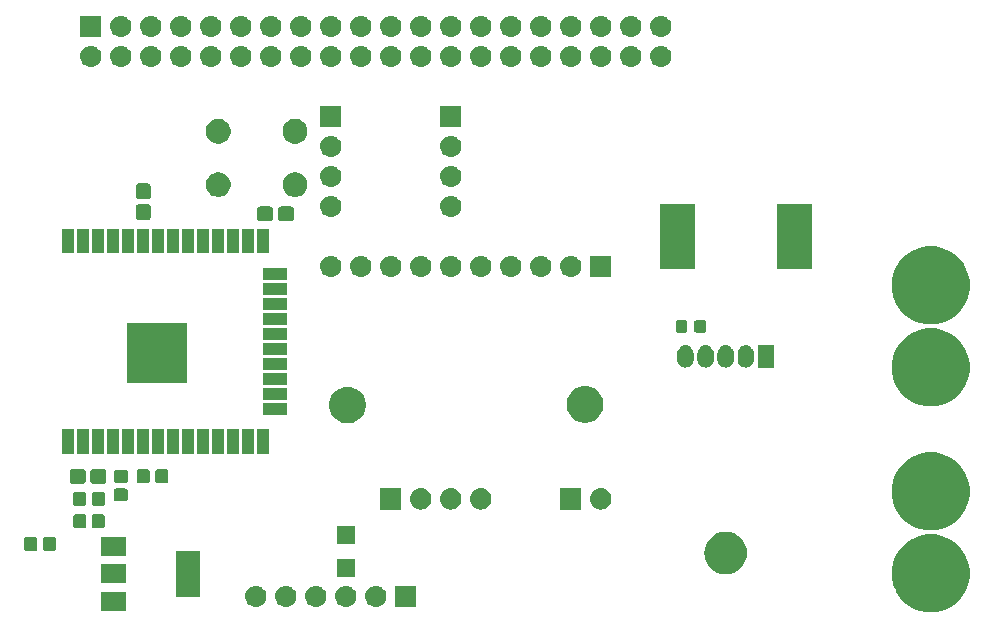
<source format=gbr>
G04 #@! TF.GenerationSoftware,KiCad,Pcbnew,5.1.4+dfsg1-1*
G04 #@! TF.CreationDate,2020-01-07T17:42:00+09:00*
G04 #@! TF.ProjectId,Drone,44726f6e-652e-46b6-9963-61645f706362,rev?*
G04 #@! TF.SameCoordinates,Original*
G04 #@! TF.FileFunction,Soldermask,Top*
G04 #@! TF.FilePolarity,Negative*
%FSLAX46Y46*%
G04 Gerber Fmt 4.6, Leading zero omitted, Abs format (unit mm)*
G04 Created by KiCad (PCBNEW 5.1.4+dfsg1-1) date 2020-01-07 17:42:00*
%MOMM*%
%LPD*%
G04 APERTURE LIST*
%ADD10C,0.100000*%
G04 APERTURE END LIST*
D10*
G36*
X173682865Y-119345855D02*
G01*
X174257969Y-119584071D01*
X174283610Y-119594692D01*
X174824265Y-119955946D01*
X175284054Y-120415735D01*
X175645308Y-120956390D01*
X175645309Y-120956392D01*
X175894145Y-121557135D01*
X176021000Y-122194879D01*
X176021000Y-122845121D01*
X175894145Y-123482865D01*
X175697748Y-123957009D01*
X175645308Y-124083610D01*
X175284054Y-124624265D01*
X174824265Y-125084054D01*
X174283610Y-125445308D01*
X174283609Y-125445309D01*
X174283608Y-125445309D01*
X173682865Y-125694145D01*
X173045121Y-125821000D01*
X172394879Y-125821000D01*
X171757135Y-125694145D01*
X171156392Y-125445309D01*
X171156391Y-125445309D01*
X171156390Y-125445308D01*
X170615735Y-125084054D01*
X170155946Y-124624265D01*
X169794692Y-124083610D01*
X169742252Y-123957009D01*
X169545855Y-123482865D01*
X169419000Y-122845121D01*
X169419000Y-122194879D01*
X169545855Y-121557135D01*
X169794691Y-120956392D01*
X169794692Y-120956390D01*
X170155946Y-120415735D01*
X170615735Y-119955946D01*
X171156390Y-119594692D01*
X171182031Y-119584071D01*
X171757135Y-119345855D01*
X172394879Y-119219000D01*
X173045121Y-119219000D01*
X173682865Y-119345855D01*
X173682865Y-119345855D01*
G37*
G36*
X104581000Y-125656000D02*
G01*
X102479000Y-125656000D01*
X102479000Y-124054000D01*
X104581000Y-124054000D01*
X104581000Y-125656000D01*
X104581000Y-125656000D01*
G37*
G36*
X120760442Y-123565518D02*
G01*
X120826627Y-123572037D01*
X120996466Y-123623557D01*
X121152991Y-123707222D01*
X121188729Y-123736552D01*
X121290186Y-123819814D01*
X121373448Y-123921271D01*
X121402778Y-123957009D01*
X121486443Y-124113534D01*
X121537963Y-124283373D01*
X121555359Y-124460000D01*
X121537963Y-124636627D01*
X121486443Y-124806466D01*
X121402778Y-124962991D01*
X121373448Y-124998729D01*
X121290186Y-125100186D01*
X121188729Y-125183448D01*
X121152991Y-125212778D01*
X120996466Y-125296443D01*
X120826627Y-125347963D01*
X120760442Y-125354482D01*
X120694260Y-125361000D01*
X120605740Y-125361000D01*
X120539558Y-125354482D01*
X120473373Y-125347963D01*
X120303534Y-125296443D01*
X120147009Y-125212778D01*
X120111271Y-125183448D01*
X120009814Y-125100186D01*
X119926552Y-124998729D01*
X119897222Y-124962991D01*
X119813557Y-124806466D01*
X119762037Y-124636627D01*
X119744641Y-124460000D01*
X119762037Y-124283373D01*
X119813557Y-124113534D01*
X119897222Y-123957009D01*
X119926552Y-123921271D01*
X120009814Y-123819814D01*
X120111271Y-123736552D01*
X120147009Y-123707222D01*
X120303534Y-123623557D01*
X120473373Y-123572037D01*
X120539558Y-123565518D01*
X120605740Y-123559000D01*
X120694260Y-123559000D01*
X120760442Y-123565518D01*
X120760442Y-123565518D01*
G37*
G36*
X125840442Y-123565518D02*
G01*
X125906627Y-123572037D01*
X126076466Y-123623557D01*
X126232991Y-123707222D01*
X126268729Y-123736552D01*
X126370186Y-123819814D01*
X126453448Y-123921271D01*
X126482778Y-123957009D01*
X126566443Y-124113534D01*
X126617963Y-124283373D01*
X126635359Y-124460000D01*
X126617963Y-124636627D01*
X126566443Y-124806466D01*
X126482778Y-124962991D01*
X126453448Y-124998729D01*
X126370186Y-125100186D01*
X126268729Y-125183448D01*
X126232991Y-125212778D01*
X126076466Y-125296443D01*
X125906627Y-125347963D01*
X125840442Y-125354482D01*
X125774260Y-125361000D01*
X125685740Y-125361000D01*
X125619558Y-125354482D01*
X125553373Y-125347963D01*
X125383534Y-125296443D01*
X125227009Y-125212778D01*
X125191271Y-125183448D01*
X125089814Y-125100186D01*
X125006552Y-124998729D01*
X124977222Y-124962991D01*
X124893557Y-124806466D01*
X124842037Y-124636627D01*
X124824641Y-124460000D01*
X124842037Y-124283373D01*
X124893557Y-124113534D01*
X124977222Y-123957009D01*
X125006552Y-123921271D01*
X125089814Y-123819814D01*
X125191271Y-123736552D01*
X125227009Y-123707222D01*
X125383534Y-123623557D01*
X125553373Y-123572037D01*
X125619558Y-123565518D01*
X125685740Y-123559000D01*
X125774260Y-123559000D01*
X125840442Y-123565518D01*
X125840442Y-123565518D01*
G37*
G36*
X129171000Y-125361000D02*
G01*
X127369000Y-125361000D01*
X127369000Y-123559000D01*
X129171000Y-123559000D01*
X129171000Y-125361000D01*
X129171000Y-125361000D01*
G37*
G36*
X123300442Y-123565518D02*
G01*
X123366627Y-123572037D01*
X123536466Y-123623557D01*
X123692991Y-123707222D01*
X123728729Y-123736552D01*
X123830186Y-123819814D01*
X123913448Y-123921271D01*
X123942778Y-123957009D01*
X124026443Y-124113534D01*
X124077963Y-124283373D01*
X124095359Y-124460000D01*
X124077963Y-124636627D01*
X124026443Y-124806466D01*
X123942778Y-124962991D01*
X123913448Y-124998729D01*
X123830186Y-125100186D01*
X123728729Y-125183448D01*
X123692991Y-125212778D01*
X123536466Y-125296443D01*
X123366627Y-125347963D01*
X123300442Y-125354482D01*
X123234260Y-125361000D01*
X123145740Y-125361000D01*
X123079558Y-125354482D01*
X123013373Y-125347963D01*
X122843534Y-125296443D01*
X122687009Y-125212778D01*
X122651271Y-125183448D01*
X122549814Y-125100186D01*
X122466552Y-124998729D01*
X122437222Y-124962991D01*
X122353557Y-124806466D01*
X122302037Y-124636627D01*
X122284641Y-124460000D01*
X122302037Y-124283373D01*
X122353557Y-124113534D01*
X122437222Y-123957009D01*
X122466552Y-123921271D01*
X122549814Y-123819814D01*
X122651271Y-123736552D01*
X122687009Y-123707222D01*
X122843534Y-123623557D01*
X123013373Y-123572037D01*
X123079558Y-123565518D01*
X123145740Y-123559000D01*
X123234260Y-123559000D01*
X123300442Y-123565518D01*
X123300442Y-123565518D01*
G37*
G36*
X118220442Y-123565518D02*
G01*
X118286627Y-123572037D01*
X118456466Y-123623557D01*
X118612991Y-123707222D01*
X118648729Y-123736552D01*
X118750186Y-123819814D01*
X118833448Y-123921271D01*
X118862778Y-123957009D01*
X118946443Y-124113534D01*
X118997963Y-124283373D01*
X119015359Y-124460000D01*
X118997963Y-124636627D01*
X118946443Y-124806466D01*
X118862778Y-124962991D01*
X118833448Y-124998729D01*
X118750186Y-125100186D01*
X118648729Y-125183448D01*
X118612991Y-125212778D01*
X118456466Y-125296443D01*
X118286627Y-125347963D01*
X118220442Y-125354482D01*
X118154260Y-125361000D01*
X118065740Y-125361000D01*
X117999558Y-125354482D01*
X117933373Y-125347963D01*
X117763534Y-125296443D01*
X117607009Y-125212778D01*
X117571271Y-125183448D01*
X117469814Y-125100186D01*
X117386552Y-124998729D01*
X117357222Y-124962991D01*
X117273557Y-124806466D01*
X117222037Y-124636627D01*
X117204641Y-124460000D01*
X117222037Y-124283373D01*
X117273557Y-124113534D01*
X117357222Y-123957009D01*
X117386552Y-123921271D01*
X117469814Y-123819814D01*
X117571271Y-123736552D01*
X117607009Y-123707222D01*
X117763534Y-123623557D01*
X117933373Y-123572037D01*
X117999558Y-123565518D01*
X118065740Y-123559000D01*
X118154260Y-123559000D01*
X118220442Y-123565518D01*
X118220442Y-123565518D01*
G37*
G36*
X115680442Y-123565518D02*
G01*
X115746627Y-123572037D01*
X115916466Y-123623557D01*
X116072991Y-123707222D01*
X116108729Y-123736552D01*
X116210186Y-123819814D01*
X116293448Y-123921271D01*
X116322778Y-123957009D01*
X116406443Y-124113534D01*
X116457963Y-124283373D01*
X116475359Y-124460000D01*
X116457963Y-124636627D01*
X116406443Y-124806466D01*
X116322778Y-124962991D01*
X116293448Y-124998729D01*
X116210186Y-125100186D01*
X116108729Y-125183448D01*
X116072991Y-125212778D01*
X115916466Y-125296443D01*
X115746627Y-125347963D01*
X115680442Y-125354482D01*
X115614260Y-125361000D01*
X115525740Y-125361000D01*
X115459558Y-125354482D01*
X115393373Y-125347963D01*
X115223534Y-125296443D01*
X115067009Y-125212778D01*
X115031271Y-125183448D01*
X114929814Y-125100186D01*
X114846552Y-124998729D01*
X114817222Y-124962991D01*
X114733557Y-124806466D01*
X114682037Y-124636627D01*
X114664641Y-124460000D01*
X114682037Y-124283373D01*
X114733557Y-124113534D01*
X114817222Y-123957009D01*
X114846552Y-123921271D01*
X114929814Y-123819814D01*
X115031271Y-123736552D01*
X115067009Y-123707222D01*
X115223534Y-123623557D01*
X115393373Y-123572037D01*
X115459558Y-123565518D01*
X115525740Y-123559000D01*
X115614260Y-123559000D01*
X115680442Y-123565518D01*
X115680442Y-123565518D01*
G37*
G36*
X110881000Y-124506000D02*
G01*
X108779000Y-124506000D01*
X108779000Y-120604000D01*
X110881000Y-120604000D01*
X110881000Y-124506000D01*
X110881000Y-124506000D01*
G37*
G36*
X104581000Y-123356000D02*
G01*
X102479000Y-123356000D01*
X102479000Y-121754000D01*
X104581000Y-121754000D01*
X104581000Y-123356000D01*
X104581000Y-123356000D01*
G37*
G36*
X123941000Y-122801000D02*
G01*
X122439000Y-122801000D01*
X122439000Y-121299000D01*
X123941000Y-121299000D01*
X123941000Y-122801000D01*
X123941000Y-122801000D01*
G37*
G36*
X155526669Y-119007686D02*
G01*
X155703058Y-119025059D01*
X156042548Y-119128042D01*
X156042550Y-119128043D01*
X156355422Y-119295277D01*
X156417053Y-119345856D01*
X156629661Y-119520339D01*
X156854722Y-119794577D01*
X157021958Y-120107452D01*
X157124941Y-120446942D01*
X157159714Y-120800000D01*
X157124941Y-121153058D01*
X157080670Y-121299000D01*
X157021957Y-121492550D01*
X156854723Y-121805422D01*
X156629661Y-122079661D01*
X156355422Y-122304723D01*
X156042550Y-122471957D01*
X156042548Y-122471958D01*
X155703058Y-122574941D01*
X155526669Y-122592314D01*
X155438476Y-122601000D01*
X155261524Y-122601000D01*
X155173331Y-122592314D01*
X154996942Y-122574941D01*
X154657452Y-122471958D01*
X154657450Y-122471957D01*
X154344578Y-122304723D01*
X154070339Y-122079661D01*
X153845277Y-121805422D01*
X153678043Y-121492550D01*
X153619330Y-121299000D01*
X153575059Y-121153058D01*
X153540286Y-120800000D01*
X153575059Y-120446942D01*
X153678042Y-120107452D01*
X153845278Y-119794577D01*
X154070339Y-119520339D01*
X154282947Y-119345856D01*
X154344578Y-119295277D01*
X154657450Y-119128043D01*
X154657452Y-119128042D01*
X154996942Y-119025059D01*
X155173331Y-119007686D01*
X155261524Y-118999000D01*
X155438476Y-118999000D01*
X155526669Y-119007686D01*
X155526669Y-119007686D01*
G37*
G36*
X104581000Y-121056000D02*
G01*
X102479000Y-121056000D01*
X102479000Y-119454000D01*
X104581000Y-119454000D01*
X104581000Y-121056000D01*
X104581000Y-121056000D01*
G37*
G36*
X96899434Y-119418686D02*
G01*
X96939284Y-119430774D01*
X96975999Y-119450399D01*
X97008186Y-119476814D01*
X97034601Y-119509001D01*
X97054226Y-119545716D01*
X97066314Y-119585566D01*
X97071000Y-119633141D01*
X97071000Y-120396859D01*
X97066314Y-120444434D01*
X97054226Y-120484284D01*
X97034601Y-120520999D01*
X97008186Y-120553186D01*
X96975999Y-120579601D01*
X96939284Y-120599226D01*
X96899434Y-120611314D01*
X96851859Y-120616000D01*
X96188141Y-120616000D01*
X96140566Y-120611314D01*
X96100716Y-120599226D01*
X96064001Y-120579601D01*
X96031814Y-120553186D01*
X96005399Y-120520999D01*
X95985774Y-120484284D01*
X95973686Y-120444434D01*
X95969000Y-120396859D01*
X95969000Y-119633141D01*
X95973686Y-119585566D01*
X95985774Y-119545716D01*
X96005399Y-119509001D01*
X96031814Y-119476814D01*
X96064001Y-119450399D01*
X96100716Y-119430774D01*
X96140566Y-119418686D01*
X96188141Y-119414000D01*
X96851859Y-119414000D01*
X96899434Y-119418686D01*
X96899434Y-119418686D01*
G37*
G36*
X98474434Y-119418686D02*
G01*
X98514284Y-119430774D01*
X98550999Y-119450399D01*
X98583186Y-119476814D01*
X98609601Y-119509001D01*
X98629226Y-119545716D01*
X98641314Y-119585566D01*
X98646000Y-119633141D01*
X98646000Y-120396859D01*
X98641314Y-120444434D01*
X98629226Y-120484284D01*
X98609601Y-120520999D01*
X98583186Y-120553186D01*
X98550999Y-120579601D01*
X98514284Y-120599226D01*
X98474434Y-120611314D01*
X98426859Y-120616000D01*
X97763141Y-120616000D01*
X97715566Y-120611314D01*
X97675716Y-120599226D01*
X97639001Y-120579601D01*
X97606814Y-120553186D01*
X97580399Y-120520999D01*
X97560774Y-120484284D01*
X97548686Y-120444434D01*
X97544000Y-120396859D01*
X97544000Y-119633141D01*
X97548686Y-119585566D01*
X97560774Y-119545716D01*
X97580399Y-119509001D01*
X97606814Y-119476814D01*
X97639001Y-119450399D01*
X97675716Y-119430774D01*
X97715566Y-119418686D01*
X97763141Y-119414000D01*
X98426859Y-119414000D01*
X98474434Y-119418686D01*
X98474434Y-119418686D01*
G37*
G36*
X123941000Y-120001000D02*
G01*
X122439000Y-120001000D01*
X122439000Y-118499000D01*
X123941000Y-118499000D01*
X123941000Y-120001000D01*
X123941000Y-120001000D01*
G37*
G36*
X173682865Y-112395855D02*
G01*
X174283608Y-112644691D01*
X174283610Y-112644692D01*
X174824265Y-113005946D01*
X175284054Y-113465735D01*
X175632352Y-113987000D01*
X175645309Y-114006392D01*
X175894145Y-114607135D01*
X176021000Y-115244879D01*
X176021000Y-115895121D01*
X175894145Y-116532865D01*
X175645309Y-117133608D01*
X175645308Y-117133610D01*
X175284054Y-117674265D01*
X174824265Y-118134054D01*
X174283610Y-118495308D01*
X174283609Y-118495309D01*
X174283608Y-118495309D01*
X173682865Y-118744145D01*
X173045121Y-118871000D01*
X172394879Y-118871000D01*
X171757135Y-118744145D01*
X171156392Y-118495309D01*
X171156391Y-118495309D01*
X171156390Y-118495308D01*
X170615735Y-118134054D01*
X170155946Y-117674265D01*
X169794692Y-117133610D01*
X169794691Y-117133608D01*
X169545855Y-116532865D01*
X169419000Y-115895121D01*
X169419000Y-115244879D01*
X169545855Y-114607135D01*
X169794691Y-114006392D01*
X169807648Y-113987000D01*
X170155946Y-113465735D01*
X170615735Y-113005946D01*
X171156390Y-112644692D01*
X171156392Y-112644691D01*
X171757135Y-112395855D01*
X172394879Y-112269000D01*
X173045121Y-112269000D01*
X173682865Y-112395855D01*
X173682865Y-112395855D01*
G37*
G36*
X101039434Y-117513686D02*
G01*
X101079284Y-117525774D01*
X101115999Y-117545399D01*
X101148186Y-117571814D01*
X101174601Y-117604001D01*
X101194226Y-117640716D01*
X101206314Y-117680566D01*
X101211000Y-117728141D01*
X101211000Y-118491859D01*
X101206314Y-118539434D01*
X101194226Y-118579284D01*
X101174601Y-118615999D01*
X101148186Y-118648186D01*
X101115999Y-118674601D01*
X101079284Y-118694226D01*
X101039434Y-118706314D01*
X100991859Y-118711000D01*
X100328141Y-118711000D01*
X100280566Y-118706314D01*
X100240716Y-118694226D01*
X100204001Y-118674601D01*
X100171814Y-118648186D01*
X100145399Y-118615999D01*
X100125774Y-118579284D01*
X100113686Y-118539434D01*
X100109000Y-118491859D01*
X100109000Y-117728141D01*
X100113686Y-117680566D01*
X100125774Y-117640716D01*
X100145399Y-117604001D01*
X100171814Y-117571814D01*
X100204001Y-117545399D01*
X100240716Y-117525774D01*
X100280566Y-117513686D01*
X100328141Y-117509000D01*
X100991859Y-117509000D01*
X101039434Y-117513686D01*
X101039434Y-117513686D01*
G37*
G36*
X102614434Y-117513686D02*
G01*
X102654284Y-117525774D01*
X102690999Y-117545399D01*
X102723186Y-117571814D01*
X102749601Y-117604001D01*
X102769226Y-117640716D01*
X102781314Y-117680566D01*
X102786000Y-117728141D01*
X102786000Y-118491859D01*
X102781314Y-118539434D01*
X102769226Y-118579284D01*
X102749601Y-118615999D01*
X102723186Y-118648186D01*
X102690999Y-118674601D01*
X102654284Y-118694226D01*
X102614434Y-118706314D01*
X102566859Y-118711000D01*
X101903141Y-118711000D01*
X101855566Y-118706314D01*
X101815716Y-118694226D01*
X101779001Y-118674601D01*
X101746814Y-118648186D01*
X101720399Y-118615999D01*
X101700774Y-118579284D01*
X101688686Y-118539434D01*
X101684000Y-118491859D01*
X101684000Y-117728141D01*
X101688686Y-117680566D01*
X101700774Y-117640716D01*
X101720399Y-117604001D01*
X101746814Y-117571814D01*
X101779001Y-117545399D01*
X101815716Y-117525774D01*
X101855566Y-117513686D01*
X101903141Y-117509000D01*
X102566859Y-117509000D01*
X102614434Y-117513686D01*
X102614434Y-117513686D01*
G37*
G36*
X143141000Y-117106000D02*
G01*
X141339000Y-117106000D01*
X141339000Y-115304000D01*
X143141000Y-115304000D01*
X143141000Y-117106000D01*
X143141000Y-117106000D01*
G37*
G36*
X129650442Y-115310518D02*
G01*
X129716627Y-115317037D01*
X129886466Y-115368557D01*
X130042991Y-115452222D01*
X130047248Y-115455716D01*
X130180186Y-115564814D01*
X130242216Y-115640399D01*
X130292778Y-115702009D01*
X130376443Y-115858534D01*
X130427963Y-116028373D01*
X130445359Y-116205000D01*
X130427963Y-116381627D01*
X130376443Y-116551466D01*
X130292778Y-116707991D01*
X130290309Y-116710999D01*
X130180186Y-116845186D01*
X130078729Y-116928448D01*
X130042991Y-116957778D01*
X129886466Y-117041443D01*
X129716627Y-117092963D01*
X129650443Y-117099481D01*
X129584260Y-117106000D01*
X129495740Y-117106000D01*
X129429557Y-117099481D01*
X129363373Y-117092963D01*
X129193534Y-117041443D01*
X129037009Y-116957778D01*
X129001271Y-116928448D01*
X128899814Y-116845186D01*
X128789691Y-116710999D01*
X128787222Y-116707991D01*
X128703557Y-116551466D01*
X128652037Y-116381627D01*
X128634641Y-116205000D01*
X128652037Y-116028373D01*
X128703557Y-115858534D01*
X128787222Y-115702009D01*
X128837784Y-115640399D01*
X128899814Y-115564814D01*
X129032752Y-115455716D01*
X129037009Y-115452222D01*
X129193534Y-115368557D01*
X129363373Y-115317037D01*
X129429558Y-115310518D01*
X129495740Y-115304000D01*
X129584260Y-115304000D01*
X129650442Y-115310518D01*
X129650442Y-115310518D01*
G37*
G36*
X132190442Y-115310518D02*
G01*
X132256627Y-115317037D01*
X132426466Y-115368557D01*
X132582991Y-115452222D01*
X132587248Y-115455716D01*
X132720186Y-115564814D01*
X132782216Y-115640399D01*
X132832778Y-115702009D01*
X132916443Y-115858534D01*
X132967963Y-116028373D01*
X132985359Y-116205000D01*
X132967963Y-116381627D01*
X132916443Y-116551466D01*
X132832778Y-116707991D01*
X132830309Y-116710999D01*
X132720186Y-116845186D01*
X132618729Y-116928448D01*
X132582991Y-116957778D01*
X132426466Y-117041443D01*
X132256627Y-117092963D01*
X132190443Y-117099481D01*
X132124260Y-117106000D01*
X132035740Y-117106000D01*
X131969557Y-117099481D01*
X131903373Y-117092963D01*
X131733534Y-117041443D01*
X131577009Y-116957778D01*
X131541271Y-116928448D01*
X131439814Y-116845186D01*
X131329691Y-116710999D01*
X131327222Y-116707991D01*
X131243557Y-116551466D01*
X131192037Y-116381627D01*
X131174641Y-116205000D01*
X131192037Y-116028373D01*
X131243557Y-115858534D01*
X131327222Y-115702009D01*
X131377784Y-115640399D01*
X131439814Y-115564814D01*
X131572752Y-115455716D01*
X131577009Y-115452222D01*
X131733534Y-115368557D01*
X131903373Y-115317037D01*
X131969558Y-115310518D01*
X132035740Y-115304000D01*
X132124260Y-115304000D01*
X132190442Y-115310518D01*
X132190442Y-115310518D01*
G37*
G36*
X144890442Y-115310518D02*
G01*
X144956627Y-115317037D01*
X145126466Y-115368557D01*
X145282991Y-115452222D01*
X145287248Y-115455716D01*
X145420186Y-115564814D01*
X145482216Y-115640399D01*
X145532778Y-115702009D01*
X145616443Y-115858534D01*
X145667963Y-116028373D01*
X145685359Y-116205000D01*
X145667963Y-116381627D01*
X145616443Y-116551466D01*
X145532778Y-116707991D01*
X145530309Y-116710999D01*
X145420186Y-116845186D01*
X145318729Y-116928448D01*
X145282991Y-116957778D01*
X145126466Y-117041443D01*
X144956627Y-117092963D01*
X144890443Y-117099481D01*
X144824260Y-117106000D01*
X144735740Y-117106000D01*
X144669557Y-117099481D01*
X144603373Y-117092963D01*
X144433534Y-117041443D01*
X144277009Y-116957778D01*
X144241271Y-116928448D01*
X144139814Y-116845186D01*
X144029691Y-116710999D01*
X144027222Y-116707991D01*
X143943557Y-116551466D01*
X143892037Y-116381627D01*
X143874641Y-116205000D01*
X143892037Y-116028373D01*
X143943557Y-115858534D01*
X144027222Y-115702009D01*
X144077784Y-115640399D01*
X144139814Y-115564814D01*
X144272752Y-115455716D01*
X144277009Y-115452222D01*
X144433534Y-115368557D01*
X144603373Y-115317037D01*
X144669558Y-115310518D01*
X144735740Y-115304000D01*
X144824260Y-115304000D01*
X144890442Y-115310518D01*
X144890442Y-115310518D01*
G37*
G36*
X127901000Y-117106000D02*
G01*
X126099000Y-117106000D01*
X126099000Y-115304000D01*
X127901000Y-115304000D01*
X127901000Y-117106000D01*
X127901000Y-117106000D01*
G37*
G36*
X134730442Y-115310518D02*
G01*
X134796627Y-115317037D01*
X134966466Y-115368557D01*
X135122991Y-115452222D01*
X135127248Y-115455716D01*
X135260186Y-115564814D01*
X135322216Y-115640399D01*
X135372778Y-115702009D01*
X135456443Y-115858534D01*
X135507963Y-116028373D01*
X135525359Y-116205000D01*
X135507963Y-116381627D01*
X135456443Y-116551466D01*
X135372778Y-116707991D01*
X135370309Y-116710999D01*
X135260186Y-116845186D01*
X135158729Y-116928448D01*
X135122991Y-116957778D01*
X134966466Y-117041443D01*
X134796627Y-117092963D01*
X134730443Y-117099481D01*
X134664260Y-117106000D01*
X134575740Y-117106000D01*
X134509557Y-117099481D01*
X134443373Y-117092963D01*
X134273534Y-117041443D01*
X134117009Y-116957778D01*
X134081271Y-116928448D01*
X133979814Y-116845186D01*
X133869691Y-116710999D01*
X133867222Y-116707991D01*
X133783557Y-116551466D01*
X133732037Y-116381627D01*
X133714641Y-116205000D01*
X133732037Y-116028373D01*
X133783557Y-115858534D01*
X133867222Y-115702009D01*
X133917784Y-115640399D01*
X133979814Y-115564814D01*
X134112752Y-115455716D01*
X134117009Y-115452222D01*
X134273534Y-115368557D01*
X134443373Y-115317037D01*
X134509558Y-115310518D01*
X134575740Y-115304000D01*
X134664260Y-115304000D01*
X134730442Y-115310518D01*
X134730442Y-115310518D01*
G37*
G36*
X102614434Y-115608686D02*
G01*
X102654284Y-115620774D01*
X102690999Y-115640399D01*
X102723186Y-115666814D01*
X102749601Y-115699001D01*
X102769226Y-115735716D01*
X102781314Y-115775566D01*
X102786000Y-115823141D01*
X102786000Y-116586859D01*
X102781314Y-116634434D01*
X102769226Y-116674284D01*
X102749601Y-116710999D01*
X102723186Y-116743186D01*
X102690999Y-116769601D01*
X102654284Y-116789226D01*
X102614434Y-116801314D01*
X102566859Y-116806000D01*
X101903141Y-116806000D01*
X101855566Y-116801314D01*
X101815716Y-116789226D01*
X101779001Y-116769601D01*
X101746814Y-116743186D01*
X101720399Y-116710999D01*
X101700774Y-116674284D01*
X101688686Y-116634434D01*
X101684000Y-116586859D01*
X101684000Y-115823141D01*
X101688686Y-115775566D01*
X101700774Y-115735716D01*
X101720399Y-115699001D01*
X101746814Y-115666814D01*
X101779001Y-115640399D01*
X101815716Y-115620774D01*
X101855566Y-115608686D01*
X101903141Y-115604000D01*
X102566859Y-115604000D01*
X102614434Y-115608686D01*
X102614434Y-115608686D01*
G37*
G36*
X101039434Y-115608686D02*
G01*
X101079284Y-115620774D01*
X101115999Y-115640399D01*
X101148186Y-115666814D01*
X101174601Y-115699001D01*
X101194226Y-115735716D01*
X101206314Y-115775566D01*
X101211000Y-115823141D01*
X101211000Y-116586859D01*
X101206314Y-116634434D01*
X101194226Y-116674284D01*
X101174601Y-116710999D01*
X101148186Y-116743186D01*
X101115999Y-116769601D01*
X101079284Y-116789226D01*
X101039434Y-116801314D01*
X100991859Y-116806000D01*
X100328141Y-116806000D01*
X100280566Y-116801314D01*
X100240716Y-116789226D01*
X100204001Y-116769601D01*
X100171814Y-116743186D01*
X100145399Y-116710999D01*
X100125774Y-116674284D01*
X100113686Y-116634434D01*
X100109000Y-116586859D01*
X100109000Y-115823141D01*
X100113686Y-115775566D01*
X100125774Y-115735716D01*
X100145399Y-115699001D01*
X100171814Y-115666814D01*
X100204001Y-115640399D01*
X100240716Y-115620774D01*
X100280566Y-115608686D01*
X100328141Y-115604000D01*
X100991859Y-115604000D01*
X101039434Y-115608686D01*
X101039434Y-115608686D01*
G37*
G36*
X104569434Y-115328686D02*
G01*
X104609284Y-115340774D01*
X104645999Y-115360399D01*
X104678186Y-115386814D01*
X104704601Y-115419001D01*
X104724226Y-115455716D01*
X104736314Y-115495566D01*
X104741000Y-115543141D01*
X104741000Y-116206859D01*
X104736314Y-116254434D01*
X104724226Y-116294284D01*
X104704601Y-116330999D01*
X104678186Y-116363186D01*
X104645999Y-116389601D01*
X104609284Y-116409226D01*
X104569434Y-116421314D01*
X104521859Y-116426000D01*
X103758141Y-116426000D01*
X103710566Y-116421314D01*
X103670716Y-116409226D01*
X103634001Y-116389601D01*
X103601814Y-116363186D01*
X103575399Y-116330999D01*
X103555774Y-116294284D01*
X103543686Y-116254434D01*
X103539000Y-116206859D01*
X103539000Y-115543141D01*
X103543686Y-115495566D01*
X103555774Y-115455716D01*
X103575399Y-115419001D01*
X103601814Y-115386814D01*
X103634001Y-115360399D01*
X103670716Y-115340774D01*
X103710566Y-115328686D01*
X103758141Y-115324000D01*
X104521859Y-115324000D01*
X104569434Y-115328686D01*
X104569434Y-115328686D01*
G37*
G36*
X102709250Y-113679406D02*
G01*
X102756133Y-113693628D01*
X102799333Y-113716719D01*
X102837203Y-113747797D01*
X102868281Y-113785667D01*
X102891372Y-113828867D01*
X102905594Y-113875750D01*
X102911000Y-113930640D01*
X102911000Y-114669360D01*
X102905594Y-114724250D01*
X102891372Y-114771133D01*
X102868281Y-114814333D01*
X102837203Y-114852203D01*
X102799333Y-114883281D01*
X102756133Y-114906372D01*
X102709250Y-114920594D01*
X102654360Y-114926000D01*
X101815640Y-114926000D01*
X101760750Y-114920594D01*
X101713867Y-114906372D01*
X101670667Y-114883281D01*
X101632797Y-114852203D01*
X101601719Y-114814333D01*
X101578628Y-114771133D01*
X101564406Y-114724250D01*
X101559000Y-114669360D01*
X101559000Y-113930640D01*
X101564406Y-113875750D01*
X101578628Y-113828867D01*
X101601719Y-113785667D01*
X101632797Y-113747797D01*
X101670667Y-113716719D01*
X101713867Y-113693628D01*
X101760750Y-113679406D01*
X101815640Y-113674000D01*
X102654360Y-113674000D01*
X102709250Y-113679406D01*
X102709250Y-113679406D01*
G37*
G36*
X100959250Y-113679406D02*
G01*
X101006133Y-113693628D01*
X101049333Y-113716719D01*
X101087203Y-113747797D01*
X101118281Y-113785667D01*
X101141372Y-113828867D01*
X101155594Y-113875750D01*
X101161000Y-113930640D01*
X101161000Y-114669360D01*
X101155594Y-114724250D01*
X101141372Y-114771133D01*
X101118281Y-114814333D01*
X101087203Y-114852203D01*
X101049333Y-114883281D01*
X101006133Y-114906372D01*
X100959250Y-114920594D01*
X100904360Y-114926000D01*
X100065640Y-114926000D01*
X100010750Y-114920594D01*
X99963867Y-114906372D01*
X99920667Y-114883281D01*
X99882797Y-114852203D01*
X99851719Y-114814333D01*
X99828628Y-114771133D01*
X99814406Y-114724250D01*
X99809000Y-114669360D01*
X99809000Y-113930640D01*
X99814406Y-113875750D01*
X99828628Y-113828867D01*
X99851719Y-113785667D01*
X99882797Y-113747797D01*
X99920667Y-113716719D01*
X99963867Y-113693628D01*
X100010750Y-113679406D01*
X100065640Y-113674000D01*
X100904360Y-113674000D01*
X100959250Y-113679406D01*
X100959250Y-113679406D01*
G37*
G36*
X106424434Y-113703686D02*
G01*
X106464284Y-113715774D01*
X106500999Y-113735399D01*
X106533186Y-113761814D01*
X106559601Y-113794001D01*
X106579226Y-113830716D01*
X106591314Y-113870566D01*
X106596000Y-113918141D01*
X106596000Y-114681859D01*
X106591314Y-114729434D01*
X106579226Y-114769284D01*
X106559601Y-114805999D01*
X106533186Y-114838186D01*
X106500999Y-114864601D01*
X106464284Y-114884226D01*
X106424434Y-114896314D01*
X106376859Y-114901000D01*
X105713141Y-114901000D01*
X105665566Y-114896314D01*
X105625716Y-114884226D01*
X105589001Y-114864601D01*
X105556814Y-114838186D01*
X105530399Y-114805999D01*
X105510774Y-114769284D01*
X105498686Y-114729434D01*
X105494000Y-114681859D01*
X105494000Y-113918141D01*
X105498686Y-113870566D01*
X105510774Y-113830716D01*
X105530399Y-113794001D01*
X105556814Y-113761814D01*
X105589001Y-113735399D01*
X105625716Y-113715774D01*
X105665566Y-113703686D01*
X105713141Y-113699000D01*
X106376859Y-113699000D01*
X106424434Y-113703686D01*
X106424434Y-113703686D01*
G37*
G36*
X107999434Y-113703686D02*
G01*
X108039284Y-113715774D01*
X108075999Y-113735399D01*
X108108186Y-113761814D01*
X108134601Y-113794001D01*
X108154226Y-113830716D01*
X108166314Y-113870566D01*
X108171000Y-113918141D01*
X108171000Y-114681859D01*
X108166314Y-114729434D01*
X108154226Y-114769284D01*
X108134601Y-114805999D01*
X108108186Y-114838186D01*
X108075999Y-114864601D01*
X108039284Y-114884226D01*
X107999434Y-114896314D01*
X107951859Y-114901000D01*
X107288141Y-114901000D01*
X107240566Y-114896314D01*
X107200716Y-114884226D01*
X107164001Y-114864601D01*
X107131814Y-114838186D01*
X107105399Y-114805999D01*
X107085774Y-114769284D01*
X107073686Y-114729434D01*
X107069000Y-114681859D01*
X107069000Y-113918141D01*
X107073686Y-113870566D01*
X107085774Y-113830716D01*
X107105399Y-113794001D01*
X107131814Y-113761814D01*
X107164001Y-113735399D01*
X107200716Y-113715774D01*
X107240566Y-113703686D01*
X107288141Y-113699000D01*
X107951859Y-113699000D01*
X107999434Y-113703686D01*
X107999434Y-113703686D01*
G37*
G36*
X104569434Y-113753686D02*
G01*
X104609284Y-113765774D01*
X104645999Y-113785399D01*
X104678186Y-113811814D01*
X104704601Y-113844001D01*
X104724226Y-113880716D01*
X104736314Y-113920566D01*
X104741000Y-113968141D01*
X104741000Y-114631859D01*
X104736314Y-114679434D01*
X104724226Y-114719284D01*
X104704601Y-114755999D01*
X104678186Y-114788186D01*
X104645999Y-114814601D01*
X104609284Y-114834226D01*
X104569434Y-114846314D01*
X104521859Y-114851000D01*
X103758141Y-114851000D01*
X103710566Y-114846314D01*
X103670716Y-114834226D01*
X103634001Y-114814601D01*
X103601814Y-114788186D01*
X103575399Y-114755999D01*
X103555774Y-114719284D01*
X103543686Y-114679434D01*
X103539000Y-114631859D01*
X103539000Y-113968141D01*
X103543686Y-113920566D01*
X103555774Y-113880716D01*
X103575399Y-113844001D01*
X103601814Y-113811814D01*
X103634001Y-113785399D01*
X103670716Y-113765774D01*
X103710566Y-113753686D01*
X103758141Y-113749000D01*
X104521859Y-113749000D01*
X104569434Y-113753686D01*
X104569434Y-113753686D01*
G37*
G36*
X100196000Y-112421000D02*
G01*
X99194000Y-112421000D01*
X99194000Y-110319000D01*
X100196000Y-110319000D01*
X100196000Y-112421000D01*
X100196000Y-112421000D01*
G37*
G36*
X101466000Y-112421000D02*
G01*
X100464000Y-112421000D01*
X100464000Y-110319000D01*
X101466000Y-110319000D01*
X101466000Y-112421000D01*
X101466000Y-112421000D01*
G37*
G36*
X102736000Y-112421000D02*
G01*
X101734000Y-112421000D01*
X101734000Y-110319000D01*
X102736000Y-110319000D01*
X102736000Y-112421000D01*
X102736000Y-112421000D01*
G37*
G36*
X104006000Y-112421000D02*
G01*
X103004000Y-112421000D01*
X103004000Y-110319000D01*
X104006000Y-110319000D01*
X104006000Y-112421000D01*
X104006000Y-112421000D01*
G37*
G36*
X105276000Y-112421000D02*
G01*
X104274000Y-112421000D01*
X104274000Y-110319000D01*
X105276000Y-110319000D01*
X105276000Y-112421000D01*
X105276000Y-112421000D01*
G37*
G36*
X106546000Y-112421000D02*
G01*
X105544000Y-112421000D01*
X105544000Y-110319000D01*
X106546000Y-110319000D01*
X106546000Y-112421000D01*
X106546000Y-112421000D01*
G37*
G36*
X107816000Y-112421000D02*
G01*
X106814000Y-112421000D01*
X106814000Y-110319000D01*
X107816000Y-110319000D01*
X107816000Y-112421000D01*
X107816000Y-112421000D01*
G37*
G36*
X110356000Y-112421000D02*
G01*
X109354000Y-112421000D01*
X109354000Y-110319000D01*
X110356000Y-110319000D01*
X110356000Y-112421000D01*
X110356000Y-112421000D01*
G37*
G36*
X109086000Y-112421000D02*
G01*
X108084000Y-112421000D01*
X108084000Y-110319000D01*
X109086000Y-110319000D01*
X109086000Y-112421000D01*
X109086000Y-112421000D01*
G37*
G36*
X115436000Y-112421000D02*
G01*
X114434000Y-112421000D01*
X114434000Y-110319000D01*
X115436000Y-110319000D01*
X115436000Y-112421000D01*
X115436000Y-112421000D01*
G37*
G36*
X116706000Y-112421000D02*
G01*
X115704000Y-112421000D01*
X115704000Y-110319000D01*
X116706000Y-110319000D01*
X116706000Y-112421000D01*
X116706000Y-112421000D01*
G37*
G36*
X114166000Y-112421000D02*
G01*
X113164000Y-112421000D01*
X113164000Y-110319000D01*
X114166000Y-110319000D01*
X114166000Y-112421000D01*
X114166000Y-112421000D01*
G37*
G36*
X112896000Y-112421000D02*
G01*
X111894000Y-112421000D01*
X111894000Y-110319000D01*
X112896000Y-110319000D01*
X112896000Y-112421000D01*
X112896000Y-112421000D01*
G37*
G36*
X111626000Y-112421000D02*
G01*
X110624000Y-112421000D01*
X110624000Y-110319000D01*
X111626000Y-110319000D01*
X111626000Y-112421000D01*
X111626000Y-112421000D01*
G37*
G36*
X123619585Y-106746302D02*
G01*
X123769410Y-106776104D01*
X124051674Y-106893021D01*
X124305705Y-107062759D01*
X124521741Y-107278795D01*
X124691479Y-107532826D01*
X124808396Y-107815090D01*
X124808396Y-107815091D01*
X124861886Y-108084000D01*
X124868000Y-108114740D01*
X124868000Y-108420260D01*
X124808396Y-108719910D01*
X124691479Y-109002174D01*
X124521741Y-109256205D01*
X124305705Y-109472241D01*
X124051674Y-109641979D01*
X123769410Y-109758896D01*
X123619585Y-109788698D01*
X123469761Y-109818500D01*
X123164239Y-109818500D01*
X123014415Y-109788698D01*
X122864590Y-109758896D01*
X122582326Y-109641979D01*
X122328295Y-109472241D01*
X122112259Y-109256205D01*
X121942521Y-109002174D01*
X121825604Y-108719910D01*
X121766000Y-108420260D01*
X121766000Y-108114740D01*
X121772115Y-108084000D01*
X121825604Y-107815091D01*
X121825604Y-107815090D01*
X121942521Y-107532826D01*
X122112259Y-107278795D01*
X122328295Y-107062759D01*
X122582326Y-106893021D01*
X122864590Y-106776104D01*
X123014415Y-106746302D01*
X123164239Y-106716500D01*
X123469761Y-106716500D01*
X123619585Y-106746302D01*
X123619585Y-106746302D01*
G37*
G36*
X143749085Y-106682802D02*
G01*
X143898910Y-106712604D01*
X144181174Y-106829521D01*
X144435205Y-106999259D01*
X144651241Y-107215295D01*
X144820979Y-107469326D01*
X144937896Y-107751590D01*
X144997500Y-108051240D01*
X144997500Y-108356760D01*
X144937896Y-108656410D01*
X144820979Y-108938674D01*
X144651241Y-109192705D01*
X144435205Y-109408741D01*
X144181174Y-109578479D01*
X143898910Y-109695396D01*
X143749085Y-109725198D01*
X143599261Y-109755000D01*
X143293739Y-109755000D01*
X143143915Y-109725198D01*
X142994090Y-109695396D01*
X142711826Y-109578479D01*
X142457795Y-109408741D01*
X142241759Y-109192705D01*
X142072021Y-108938674D01*
X141955104Y-108656410D01*
X141895500Y-108356760D01*
X141895500Y-108051240D01*
X141955104Y-107751590D01*
X142072021Y-107469326D01*
X142241759Y-107215295D01*
X142457795Y-106999259D01*
X142711826Y-106829521D01*
X142994090Y-106712604D01*
X143143915Y-106682802D01*
X143293739Y-106653000D01*
X143599261Y-106653000D01*
X143749085Y-106682802D01*
X143749085Y-106682802D01*
G37*
G36*
X118256000Y-109086000D02*
G01*
X116154000Y-109086000D01*
X116154000Y-108084000D01*
X118256000Y-108084000D01*
X118256000Y-109086000D01*
X118256000Y-109086000D01*
G37*
G36*
X173682865Y-101900855D02*
G01*
X174283608Y-102149691D01*
X174283610Y-102149692D01*
X174824265Y-102510946D01*
X175284054Y-102970735D01*
X175645308Y-103511390D01*
X175645309Y-103511392D01*
X175894145Y-104112135D01*
X176021000Y-104749879D01*
X176021000Y-105400121D01*
X175894145Y-106037865D01*
X175645309Y-106638608D01*
X175645308Y-106638610D01*
X175284054Y-107179265D01*
X174824265Y-107639054D01*
X174283610Y-108000308D01*
X174283609Y-108000309D01*
X174283608Y-108000309D01*
X173682865Y-108249145D01*
X173045121Y-108376000D01*
X172394879Y-108376000D01*
X171757135Y-108249145D01*
X171156392Y-108000309D01*
X171156391Y-108000309D01*
X171156390Y-108000308D01*
X170615735Y-107639054D01*
X170155946Y-107179265D01*
X169794692Y-106638610D01*
X169794691Y-106638608D01*
X169545855Y-106037865D01*
X169419000Y-105400121D01*
X169419000Y-104749879D01*
X169545855Y-104112135D01*
X169794691Y-103511392D01*
X169794692Y-103511390D01*
X170155946Y-102970735D01*
X170615735Y-102510946D01*
X171156390Y-102149692D01*
X171156392Y-102149691D01*
X171757135Y-101900855D01*
X172394879Y-101774000D01*
X173045121Y-101774000D01*
X173682865Y-101900855D01*
X173682865Y-101900855D01*
G37*
G36*
X118256000Y-107816000D02*
G01*
X116154000Y-107816000D01*
X116154000Y-106814000D01*
X118256000Y-106814000D01*
X118256000Y-107816000D01*
X118256000Y-107816000D01*
G37*
G36*
X118256000Y-106546000D02*
G01*
X116154000Y-106546000D01*
X116154000Y-105544000D01*
X118256000Y-105544000D01*
X118256000Y-106546000D01*
X118256000Y-106546000D01*
G37*
G36*
X109746000Y-106421000D02*
G01*
X104644000Y-106421000D01*
X104644000Y-101319000D01*
X109746000Y-101319000D01*
X109746000Y-106421000D01*
X109746000Y-106421000D01*
G37*
G36*
X118256000Y-105276000D02*
G01*
X116154000Y-105276000D01*
X116154000Y-104274000D01*
X118256000Y-104274000D01*
X118256000Y-105276000D01*
X118256000Y-105276000D01*
G37*
G36*
X152084970Y-103198962D02*
G01*
X152214752Y-103238331D01*
X152264145Y-103264733D01*
X152334360Y-103302263D01*
X152439199Y-103388301D01*
X152525237Y-103493140D01*
X152534993Y-103511392D01*
X152589169Y-103612748D01*
X152628538Y-103742530D01*
X152638500Y-103843679D01*
X152638500Y-104436321D01*
X152628538Y-104537470D01*
X152589169Y-104667252D01*
X152589166Y-104667257D01*
X152525237Y-104786860D01*
X152439199Y-104891698D01*
X152334359Y-104977737D01*
X152264144Y-105015267D01*
X152214751Y-105041669D01*
X152084969Y-105081038D01*
X151950000Y-105094331D01*
X151815030Y-105081038D01*
X151685248Y-105041669D01*
X151635855Y-105015267D01*
X151565640Y-104977737D01*
X151460802Y-104891699D01*
X151374763Y-104786859D01*
X151337233Y-104716644D01*
X151310831Y-104667251D01*
X151271462Y-104537469D01*
X151261500Y-104436320D01*
X151261500Y-103843679D01*
X151271462Y-103742530D01*
X151310831Y-103612748D01*
X151374764Y-103493139D01*
X151382479Y-103483739D01*
X151460802Y-103388301D01*
X151565641Y-103302263D01*
X151635856Y-103264733D01*
X151685249Y-103238331D01*
X151815031Y-103198962D01*
X151950000Y-103185669D01*
X152084970Y-103198962D01*
X152084970Y-103198962D01*
G37*
G36*
X157184970Y-103198962D02*
G01*
X157314752Y-103238331D01*
X157364145Y-103264733D01*
X157434360Y-103302263D01*
X157539199Y-103388301D01*
X157625237Y-103493140D01*
X157634993Y-103511392D01*
X157689169Y-103612748D01*
X157728538Y-103742530D01*
X157738500Y-103843679D01*
X157738500Y-104436321D01*
X157728538Y-104537470D01*
X157689169Y-104667252D01*
X157689166Y-104667257D01*
X157625237Y-104786860D01*
X157539199Y-104891698D01*
X157434359Y-104977737D01*
X157364144Y-105015267D01*
X157314751Y-105041669D01*
X157184969Y-105081038D01*
X157050000Y-105094331D01*
X156915030Y-105081038D01*
X156785248Y-105041669D01*
X156735855Y-105015267D01*
X156665640Y-104977737D01*
X156560802Y-104891699D01*
X156474763Y-104786859D01*
X156437233Y-104716644D01*
X156410831Y-104667251D01*
X156371462Y-104537469D01*
X156361500Y-104436320D01*
X156361500Y-103843679D01*
X156371462Y-103742530D01*
X156410831Y-103612748D01*
X156474764Y-103493139D01*
X156482479Y-103483739D01*
X156560802Y-103388301D01*
X156665641Y-103302263D01*
X156735856Y-103264733D01*
X156785249Y-103238331D01*
X156915031Y-103198962D01*
X157050000Y-103185669D01*
X157184970Y-103198962D01*
X157184970Y-103198962D01*
G37*
G36*
X153784970Y-103198962D02*
G01*
X153914752Y-103238331D01*
X153964145Y-103264733D01*
X154034360Y-103302263D01*
X154139199Y-103388301D01*
X154225237Y-103493140D01*
X154234993Y-103511392D01*
X154289169Y-103612748D01*
X154328538Y-103742530D01*
X154338500Y-103843679D01*
X154338500Y-104436321D01*
X154328538Y-104537470D01*
X154289169Y-104667252D01*
X154289166Y-104667257D01*
X154225237Y-104786860D01*
X154139199Y-104891698D01*
X154034359Y-104977737D01*
X153964144Y-105015267D01*
X153914751Y-105041669D01*
X153784969Y-105081038D01*
X153650000Y-105094331D01*
X153515030Y-105081038D01*
X153385248Y-105041669D01*
X153335855Y-105015267D01*
X153265640Y-104977737D01*
X153160802Y-104891699D01*
X153074763Y-104786859D01*
X153037233Y-104716644D01*
X153010831Y-104667251D01*
X152971462Y-104537469D01*
X152961500Y-104436320D01*
X152961500Y-103843679D01*
X152971462Y-103742530D01*
X153010831Y-103612748D01*
X153074764Y-103493139D01*
X153082479Y-103483739D01*
X153160802Y-103388301D01*
X153265641Y-103302263D01*
X153335856Y-103264733D01*
X153385249Y-103238331D01*
X153515031Y-103198962D01*
X153650000Y-103185669D01*
X153784970Y-103198962D01*
X153784970Y-103198962D01*
G37*
G36*
X155484970Y-103198962D02*
G01*
X155614752Y-103238331D01*
X155664145Y-103264733D01*
X155734360Y-103302263D01*
X155839199Y-103388301D01*
X155925237Y-103493140D01*
X155934993Y-103511392D01*
X155989169Y-103612748D01*
X156028538Y-103742530D01*
X156038500Y-103843679D01*
X156038500Y-104436321D01*
X156028538Y-104537470D01*
X155989169Y-104667252D01*
X155989166Y-104667257D01*
X155925237Y-104786860D01*
X155839199Y-104891698D01*
X155734359Y-104977737D01*
X155664144Y-105015267D01*
X155614751Y-105041669D01*
X155484969Y-105081038D01*
X155350000Y-105094331D01*
X155215030Y-105081038D01*
X155085248Y-105041669D01*
X155035855Y-105015267D01*
X154965640Y-104977737D01*
X154860802Y-104891699D01*
X154774763Y-104786859D01*
X154737233Y-104716644D01*
X154710831Y-104667251D01*
X154671462Y-104537469D01*
X154661500Y-104436320D01*
X154661500Y-103843679D01*
X154671462Y-103742530D01*
X154710831Y-103612748D01*
X154774764Y-103493139D01*
X154782479Y-103483739D01*
X154860802Y-103388301D01*
X154965641Y-103302263D01*
X155035856Y-103264733D01*
X155085249Y-103238331D01*
X155215031Y-103198962D01*
X155350000Y-103185669D01*
X155484970Y-103198962D01*
X155484970Y-103198962D01*
G37*
G36*
X159438500Y-105091000D02*
G01*
X158061500Y-105091000D01*
X158061500Y-103189000D01*
X159438500Y-103189000D01*
X159438500Y-105091000D01*
X159438500Y-105091000D01*
G37*
G36*
X118256000Y-104006000D02*
G01*
X116154000Y-104006000D01*
X116154000Y-103004000D01*
X118256000Y-103004000D01*
X118256000Y-104006000D01*
X118256000Y-104006000D01*
G37*
G36*
X118256000Y-102736000D02*
G01*
X116154000Y-102736000D01*
X116154000Y-101734000D01*
X118256000Y-101734000D01*
X118256000Y-102736000D01*
X118256000Y-102736000D01*
G37*
G36*
X151954591Y-101078085D02*
G01*
X151988569Y-101088393D01*
X152019890Y-101105134D01*
X152047339Y-101127661D01*
X152069866Y-101155110D01*
X152086607Y-101186431D01*
X152096915Y-101220409D01*
X152101000Y-101261890D01*
X152101000Y-101938110D01*
X152096915Y-101979591D01*
X152086607Y-102013569D01*
X152069866Y-102044890D01*
X152047339Y-102072339D01*
X152019890Y-102094866D01*
X151988569Y-102111607D01*
X151954591Y-102121915D01*
X151913110Y-102126000D01*
X151311890Y-102126000D01*
X151270409Y-102121915D01*
X151236431Y-102111607D01*
X151205110Y-102094866D01*
X151177661Y-102072339D01*
X151155134Y-102044890D01*
X151138393Y-102013569D01*
X151128085Y-101979591D01*
X151124000Y-101938110D01*
X151124000Y-101261890D01*
X151128085Y-101220409D01*
X151138393Y-101186431D01*
X151155134Y-101155110D01*
X151177661Y-101127661D01*
X151205110Y-101105134D01*
X151236431Y-101088393D01*
X151270409Y-101078085D01*
X151311890Y-101074000D01*
X151913110Y-101074000D01*
X151954591Y-101078085D01*
X151954591Y-101078085D01*
G37*
G36*
X153529591Y-101078085D02*
G01*
X153563569Y-101088393D01*
X153594890Y-101105134D01*
X153622339Y-101127661D01*
X153644866Y-101155110D01*
X153661607Y-101186431D01*
X153671915Y-101220409D01*
X153676000Y-101261890D01*
X153676000Y-101938110D01*
X153671915Y-101979591D01*
X153661607Y-102013569D01*
X153644866Y-102044890D01*
X153622339Y-102072339D01*
X153594890Y-102094866D01*
X153563569Y-102111607D01*
X153529591Y-102121915D01*
X153488110Y-102126000D01*
X152886890Y-102126000D01*
X152845409Y-102121915D01*
X152811431Y-102111607D01*
X152780110Y-102094866D01*
X152752661Y-102072339D01*
X152730134Y-102044890D01*
X152713393Y-102013569D01*
X152703085Y-101979591D01*
X152699000Y-101938110D01*
X152699000Y-101261890D01*
X152703085Y-101220409D01*
X152713393Y-101186431D01*
X152730134Y-101155110D01*
X152752661Y-101127661D01*
X152780110Y-101105134D01*
X152811431Y-101088393D01*
X152845409Y-101078085D01*
X152886890Y-101074000D01*
X153488110Y-101074000D01*
X153529591Y-101078085D01*
X153529591Y-101078085D01*
G37*
G36*
X118256000Y-101466000D02*
G01*
X116154000Y-101466000D01*
X116154000Y-100464000D01*
X118256000Y-100464000D01*
X118256000Y-101466000D01*
X118256000Y-101466000D01*
G37*
G36*
X173682865Y-94950855D02*
G01*
X174283608Y-95199691D01*
X174283610Y-95199692D01*
X174824265Y-95560946D01*
X175284054Y-96020735D01*
X175499635Y-96343375D01*
X175645309Y-96561392D01*
X175894145Y-97162135D01*
X176021000Y-97799879D01*
X176021000Y-98450121D01*
X175894145Y-99087865D01*
X175850182Y-99194000D01*
X175645308Y-99688610D01*
X175284054Y-100229265D01*
X174824265Y-100689054D01*
X174283610Y-101050308D01*
X174283609Y-101050309D01*
X174283608Y-101050309D01*
X173682865Y-101299145D01*
X173045121Y-101426000D01*
X172394879Y-101426000D01*
X171757135Y-101299145D01*
X171156392Y-101050309D01*
X171156391Y-101050309D01*
X171156390Y-101050308D01*
X170615735Y-100689054D01*
X170155946Y-100229265D01*
X169794692Y-99688610D01*
X169589818Y-99194000D01*
X169545855Y-99087865D01*
X169419000Y-98450121D01*
X169419000Y-97799879D01*
X169545855Y-97162135D01*
X169794691Y-96561392D01*
X169940365Y-96343375D01*
X170155946Y-96020735D01*
X170615735Y-95560946D01*
X171156390Y-95199692D01*
X171156392Y-95199691D01*
X171757135Y-94950855D01*
X172394879Y-94824000D01*
X173045121Y-94824000D01*
X173682865Y-94950855D01*
X173682865Y-94950855D01*
G37*
G36*
X118256000Y-100196000D02*
G01*
X116154000Y-100196000D01*
X116154000Y-99194000D01*
X118256000Y-99194000D01*
X118256000Y-100196000D01*
X118256000Y-100196000D01*
G37*
G36*
X118256000Y-98926000D02*
G01*
X116154000Y-98926000D01*
X116154000Y-97924000D01*
X118256000Y-97924000D01*
X118256000Y-98926000D01*
X118256000Y-98926000D01*
G37*
G36*
X118256000Y-97656000D02*
G01*
X116154000Y-97656000D01*
X116154000Y-96654000D01*
X118256000Y-96654000D01*
X118256000Y-97656000D01*
X118256000Y-97656000D01*
G37*
G36*
X145681000Y-97421000D02*
G01*
X143879000Y-97421000D01*
X143879000Y-95619000D01*
X145681000Y-95619000D01*
X145681000Y-97421000D01*
X145681000Y-97421000D01*
G37*
G36*
X142350442Y-95625518D02*
G01*
X142416627Y-95632037D01*
X142586466Y-95683557D01*
X142742991Y-95767222D01*
X142778729Y-95796552D01*
X142880186Y-95879814D01*
X142963448Y-95981271D01*
X142992778Y-96017009D01*
X143076443Y-96173534D01*
X143127963Y-96343373D01*
X143145359Y-96520000D01*
X143127963Y-96696627D01*
X143076443Y-96866466D01*
X142992778Y-97022991D01*
X142963448Y-97058729D01*
X142880186Y-97160186D01*
X142778729Y-97243448D01*
X142742991Y-97272778D01*
X142586466Y-97356443D01*
X142416627Y-97407963D01*
X142350442Y-97414482D01*
X142284260Y-97421000D01*
X142195740Y-97421000D01*
X142129558Y-97414482D01*
X142063373Y-97407963D01*
X141893534Y-97356443D01*
X141737009Y-97272778D01*
X141701271Y-97243448D01*
X141599814Y-97160186D01*
X141516552Y-97058729D01*
X141487222Y-97022991D01*
X141403557Y-96866466D01*
X141352037Y-96696627D01*
X141334641Y-96520000D01*
X141352037Y-96343373D01*
X141403557Y-96173534D01*
X141487222Y-96017009D01*
X141516552Y-95981271D01*
X141599814Y-95879814D01*
X141701271Y-95796552D01*
X141737009Y-95767222D01*
X141893534Y-95683557D01*
X142063373Y-95632037D01*
X142129558Y-95625518D01*
X142195740Y-95619000D01*
X142284260Y-95619000D01*
X142350442Y-95625518D01*
X142350442Y-95625518D01*
G37*
G36*
X137270442Y-95625518D02*
G01*
X137336627Y-95632037D01*
X137506466Y-95683557D01*
X137662991Y-95767222D01*
X137698729Y-95796552D01*
X137800186Y-95879814D01*
X137883448Y-95981271D01*
X137912778Y-96017009D01*
X137996443Y-96173534D01*
X138047963Y-96343373D01*
X138065359Y-96520000D01*
X138047963Y-96696627D01*
X137996443Y-96866466D01*
X137912778Y-97022991D01*
X137883448Y-97058729D01*
X137800186Y-97160186D01*
X137698729Y-97243448D01*
X137662991Y-97272778D01*
X137506466Y-97356443D01*
X137336627Y-97407963D01*
X137270442Y-97414482D01*
X137204260Y-97421000D01*
X137115740Y-97421000D01*
X137049558Y-97414482D01*
X136983373Y-97407963D01*
X136813534Y-97356443D01*
X136657009Y-97272778D01*
X136621271Y-97243448D01*
X136519814Y-97160186D01*
X136436552Y-97058729D01*
X136407222Y-97022991D01*
X136323557Y-96866466D01*
X136272037Y-96696627D01*
X136254641Y-96520000D01*
X136272037Y-96343373D01*
X136323557Y-96173534D01*
X136407222Y-96017009D01*
X136436552Y-95981271D01*
X136519814Y-95879814D01*
X136621271Y-95796552D01*
X136657009Y-95767222D01*
X136813534Y-95683557D01*
X136983373Y-95632037D01*
X137049558Y-95625518D01*
X137115740Y-95619000D01*
X137204260Y-95619000D01*
X137270442Y-95625518D01*
X137270442Y-95625518D01*
G37*
G36*
X134730442Y-95625518D02*
G01*
X134796627Y-95632037D01*
X134966466Y-95683557D01*
X135122991Y-95767222D01*
X135158729Y-95796552D01*
X135260186Y-95879814D01*
X135343448Y-95981271D01*
X135372778Y-96017009D01*
X135456443Y-96173534D01*
X135507963Y-96343373D01*
X135525359Y-96520000D01*
X135507963Y-96696627D01*
X135456443Y-96866466D01*
X135372778Y-97022991D01*
X135343448Y-97058729D01*
X135260186Y-97160186D01*
X135158729Y-97243448D01*
X135122991Y-97272778D01*
X134966466Y-97356443D01*
X134796627Y-97407963D01*
X134730442Y-97414482D01*
X134664260Y-97421000D01*
X134575740Y-97421000D01*
X134509558Y-97414482D01*
X134443373Y-97407963D01*
X134273534Y-97356443D01*
X134117009Y-97272778D01*
X134081271Y-97243448D01*
X133979814Y-97160186D01*
X133896552Y-97058729D01*
X133867222Y-97022991D01*
X133783557Y-96866466D01*
X133732037Y-96696627D01*
X133714641Y-96520000D01*
X133732037Y-96343373D01*
X133783557Y-96173534D01*
X133867222Y-96017009D01*
X133896552Y-95981271D01*
X133979814Y-95879814D01*
X134081271Y-95796552D01*
X134117009Y-95767222D01*
X134273534Y-95683557D01*
X134443373Y-95632037D01*
X134509558Y-95625518D01*
X134575740Y-95619000D01*
X134664260Y-95619000D01*
X134730442Y-95625518D01*
X134730442Y-95625518D01*
G37*
G36*
X132190442Y-95625518D02*
G01*
X132256627Y-95632037D01*
X132426466Y-95683557D01*
X132582991Y-95767222D01*
X132618729Y-95796552D01*
X132720186Y-95879814D01*
X132803448Y-95981271D01*
X132832778Y-96017009D01*
X132916443Y-96173534D01*
X132967963Y-96343373D01*
X132985359Y-96520000D01*
X132967963Y-96696627D01*
X132916443Y-96866466D01*
X132832778Y-97022991D01*
X132803448Y-97058729D01*
X132720186Y-97160186D01*
X132618729Y-97243448D01*
X132582991Y-97272778D01*
X132426466Y-97356443D01*
X132256627Y-97407963D01*
X132190442Y-97414482D01*
X132124260Y-97421000D01*
X132035740Y-97421000D01*
X131969558Y-97414482D01*
X131903373Y-97407963D01*
X131733534Y-97356443D01*
X131577009Y-97272778D01*
X131541271Y-97243448D01*
X131439814Y-97160186D01*
X131356552Y-97058729D01*
X131327222Y-97022991D01*
X131243557Y-96866466D01*
X131192037Y-96696627D01*
X131174641Y-96520000D01*
X131192037Y-96343373D01*
X131243557Y-96173534D01*
X131327222Y-96017009D01*
X131356552Y-95981271D01*
X131439814Y-95879814D01*
X131541271Y-95796552D01*
X131577009Y-95767222D01*
X131733534Y-95683557D01*
X131903373Y-95632037D01*
X131969558Y-95625518D01*
X132035740Y-95619000D01*
X132124260Y-95619000D01*
X132190442Y-95625518D01*
X132190442Y-95625518D01*
G37*
G36*
X129650442Y-95625518D02*
G01*
X129716627Y-95632037D01*
X129886466Y-95683557D01*
X130042991Y-95767222D01*
X130078729Y-95796552D01*
X130180186Y-95879814D01*
X130263448Y-95981271D01*
X130292778Y-96017009D01*
X130376443Y-96173534D01*
X130427963Y-96343373D01*
X130445359Y-96520000D01*
X130427963Y-96696627D01*
X130376443Y-96866466D01*
X130292778Y-97022991D01*
X130263448Y-97058729D01*
X130180186Y-97160186D01*
X130078729Y-97243448D01*
X130042991Y-97272778D01*
X129886466Y-97356443D01*
X129716627Y-97407963D01*
X129650442Y-97414482D01*
X129584260Y-97421000D01*
X129495740Y-97421000D01*
X129429558Y-97414482D01*
X129363373Y-97407963D01*
X129193534Y-97356443D01*
X129037009Y-97272778D01*
X129001271Y-97243448D01*
X128899814Y-97160186D01*
X128816552Y-97058729D01*
X128787222Y-97022991D01*
X128703557Y-96866466D01*
X128652037Y-96696627D01*
X128634641Y-96520000D01*
X128652037Y-96343373D01*
X128703557Y-96173534D01*
X128787222Y-96017009D01*
X128816552Y-95981271D01*
X128899814Y-95879814D01*
X129001271Y-95796552D01*
X129037009Y-95767222D01*
X129193534Y-95683557D01*
X129363373Y-95632037D01*
X129429558Y-95625518D01*
X129495740Y-95619000D01*
X129584260Y-95619000D01*
X129650442Y-95625518D01*
X129650442Y-95625518D01*
G37*
G36*
X122030442Y-95625518D02*
G01*
X122096627Y-95632037D01*
X122266466Y-95683557D01*
X122422991Y-95767222D01*
X122458729Y-95796552D01*
X122560186Y-95879814D01*
X122643448Y-95981271D01*
X122672778Y-96017009D01*
X122756443Y-96173534D01*
X122807963Y-96343373D01*
X122825359Y-96520000D01*
X122807963Y-96696627D01*
X122756443Y-96866466D01*
X122672778Y-97022991D01*
X122643448Y-97058729D01*
X122560186Y-97160186D01*
X122458729Y-97243448D01*
X122422991Y-97272778D01*
X122266466Y-97356443D01*
X122096627Y-97407963D01*
X122030442Y-97414482D01*
X121964260Y-97421000D01*
X121875740Y-97421000D01*
X121809558Y-97414482D01*
X121743373Y-97407963D01*
X121573534Y-97356443D01*
X121417009Y-97272778D01*
X121381271Y-97243448D01*
X121279814Y-97160186D01*
X121196552Y-97058729D01*
X121167222Y-97022991D01*
X121083557Y-96866466D01*
X121032037Y-96696627D01*
X121014641Y-96520000D01*
X121032037Y-96343373D01*
X121083557Y-96173534D01*
X121167222Y-96017009D01*
X121196552Y-95981271D01*
X121279814Y-95879814D01*
X121381271Y-95796552D01*
X121417009Y-95767222D01*
X121573534Y-95683557D01*
X121743373Y-95632037D01*
X121809558Y-95625518D01*
X121875740Y-95619000D01*
X121964260Y-95619000D01*
X122030442Y-95625518D01*
X122030442Y-95625518D01*
G37*
G36*
X139810442Y-95625518D02*
G01*
X139876627Y-95632037D01*
X140046466Y-95683557D01*
X140202991Y-95767222D01*
X140238729Y-95796552D01*
X140340186Y-95879814D01*
X140423448Y-95981271D01*
X140452778Y-96017009D01*
X140536443Y-96173534D01*
X140587963Y-96343373D01*
X140605359Y-96520000D01*
X140587963Y-96696627D01*
X140536443Y-96866466D01*
X140452778Y-97022991D01*
X140423448Y-97058729D01*
X140340186Y-97160186D01*
X140238729Y-97243448D01*
X140202991Y-97272778D01*
X140046466Y-97356443D01*
X139876627Y-97407963D01*
X139810442Y-97414482D01*
X139744260Y-97421000D01*
X139655740Y-97421000D01*
X139589558Y-97414482D01*
X139523373Y-97407963D01*
X139353534Y-97356443D01*
X139197009Y-97272778D01*
X139161271Y-97243448D01*
X139059814Y-97160186D01*
X138976552Y-97058729D01*
X138947222Y-97022991D01*
X138863557Y-96866466D01*
X138812037Y-96696627D01*
X138794641Y-96520000D01*
X138812037Y-96343373D01*
X138863557Y-96173534D01*
X138947222Y-96017009D01*
X138976552Y-95981271D01*
X139059814Y-95879814D01*
X139161271Y-95796552D01*
X139197009Y-95767222D01*
X139353534Y-95683557D01*
X139523373Y-95632037D01*
X139589558Y-95625518D01*
X139655740Y-95619000D01*
X139744260Y-95619000D01*
X139810442Y-95625518D01*
X139810442Y-95625518D01*
G37*
G36*
X127110442Y-95625518D02*
G01*
X127176627Y-95632037D01*
X127346466Y-95683557D01*
X127502991Y-95767222D01*
X127538729Y-95796552D01*
X127640186Y-95879814D01*
X127723448Y-95981271D01*
X127752778Y-96017009D01*
X127836443Y-96173534D01*
X127887963Y-96343373D01*
X127905359Y-96520000D01*
X127887963Y-96696627D01*
X127836443Y-96866466D01*
X127752778Y-97022991D01*
X127723448Y-97058729D01*
X127640186Y-97160186D01*
X127538729Y-97243448D01*
X127502991Y-97272778D01*
X127346466Y-97356443D01*
X127176627Y-97407963D01*
X127110442Y-97414482D01*
X127044260Y-97421000D01*
X126955740Y-97421000D01*
X126889558Y-97414482D01*
X126823373Y-97407963D01*
X126653534Y-97356443D01*
X126497009Y-97272778D01*
X126461271Y-97243448D01*
X126359814Y-97160186D01*
X126276552Y-97058729D01*
X126247222Y-97022991D01*
X126163557Y-96866466D01*
X126112037Y-96696627D01*
X126094641Y-96520000D01*
X126112037Y-96343373D01*
X126163557Y-96173534D01*
X126247222Y-96017009D01*
X126276552Y-95981271D01*
X126359814Y-95879814D01*
X126461271Y-95796552D01*
X126497009Y-95767222D01*
X126653534Y-95683557D01*
X126823373Y-95632037D01*
X126889558Y-95625518D01*
X126955740Y-95619000D01*
X127044260Y-95619000D01*
X127110442Y-95625518D01*
X127110442Y-95625518D01*
G37*
G36*
X124570442Y-95625518D02*
G01*
X124636627Y-95632037D01*
X124806466Y-95683557D01*
X124962991Y-95767222D01*
X124998729Y-95796552D01*
X125100186Y-95879814D01*
X125183448Y-95981271D01*
X125212778Y-96017009D01*
X125296443Y-96173534D01*
X125347963Y-96343373D01*
X125365359Y-96520000D01*
X125347963Y-96696627D01*
X125296443Y-96866466D01*
X125212778Y-97022991D01*
X125183448Y-97058729D01*
X125100186Y-97160186D01*
X124998729Y-97243448D01*
X124962991Y-97272778D01*
X124806466Y-97356443D01*
X124636627Y-97407963D01*
X124570442Y-97414482D01*
X124504260Y-97421000D01*
X124415740Y-97421000D01*
X124349558Y-97414482D01*
X124283373Y-97407963D01*
X124113534Y-97356443D01*
X123957009Y-97272778D01*
X123921271Y-97243448D01*
X123819814Y-97160186D01*
X123736552Y-97058729D01*
X123707222Y-97022991D01*
X123623557Y-96866466D01*
X123572037Y-96696627D01*
X123554641Y-96520000D01*
X123572037Y-96343373D01*
X123623557Y-96173534D01*
X123707222Y-96017009D01*
X123736552Y-95981271D01*
X123819814Y-95879814D01*
X123921271Y-95796552D01*
X123957009Y-95767222D01*
X124113534Y-95683557D01*
X124283373Y-95632037D01*
X124349558Y-95625518D01*
X124415740Y-95619000D01*
X124504260Y-95619000D01*
X124570442Y-95625518D01*
X124570442Y-95625518D01*
G37*
G36*
X162661000Y-96731000D02*
G01*
X159659000Y-96731000D01*
X159659000Y-91229000D01*
X162661000Y-91229000D01*
X162661000Y-96731000D01*
X162661000Y-96731000D01*
G37*
G36*
X152761000Y-96731000D02*
G01*
X149759000Y-96731000D01*
X149759000Y-91229000D01*
X152761000Y-91229000D01*
X152761000Y-96731000D01*
X152761000Y-96731000D01*
G37*
G36*
X106546000Y-95421000D02*
G01*
X105544000Y-95421000D01*
X105544000Y-93319000D01*
X106546000Y-93319000D01*
X106546000Y-95421000D01*
X106546000Y-95421000D01*
G37*
G36*
X116706000Y-95421000D02*
G01*
X115704000Y-95421000D01*
X115704000Y-93319000D01*
X116706000Y-93319000D01*
X116706000Y-95421000D01*
X116706000Y-95421000D01*
G37*
G36*
X115436000Y-95421000D02*
G01*
X114434000Y-95421000D01*
X114434000Y-93319000D01*
X115436000Y-93319000D01*
X115436000Y-95421000D01*
X115436000Y-95421000D01*
G37*
G36*
X114166000Y-95421000D02*
G01*
X113164000Y-95421000D01*
X113164000Y-93319000D01*
X114166000Y-93319000D01*
X114166000Y-95421000D01*
X114166000Y-95421000D01*
G37*
G36*
X112896000Y-95421000D02*
G01*
X111894000Y-95421000D01*
X111894000Y-93319000D01*
X112896000Y-93319000D01*
X112896000Y-95421000D01*
X112896000Y-95421000D01*
G37*
G36*
X111626000Y-95421000D02*
G01*
X110624000Y-95421000D01*
X110624000Y-93319000D01*
X111626000Y-93319000D01*
X111626000Y-95421000D01*
X111626000Y-95421000D01*
G37*
G36*
X110356000Y-95421000D02*
G01*
X109354000Y-95421000D01*
X109354000Y-93319000D01*
X110356000Y-93319000D01*
X110356000Y-95421000D01*
X110356000Y-95421000D01*
G37*
G36*
X109086000Y-95421000D02*
G01*
X108084000Y-95421000D01*
X108084000Y-93319000D01*
X109086000Y-93319000D01*
X109086000Y-95421000D01*
X109086000Y-95421000D01*
G37*
G36*
X105276000Y-95421000D02*
G01*
X104274000Y-95421000D01*
X104274000Y-93319000D01*
X105276000Y-93319000D01*
X105276000Y-95421000D01*
X105276000Y-95421000D01*
G37*
G36*
X104006000Y-95421000D02*
G01*
X103004000Y-95421000D01*
X103004000Y-93319000D01*
X104006000Y-93319000D01*
X104006000Y-95421000D01*
X104006000Y-95421000D01*
G37*
G36*
X102736000Y-95421000D02*
G01*
X101734000Y-95421000D01*
X101734000Y-93319000D01*
X102736000Y-93319000D01*
X102736000Y-95421000D01*
X102736000Y-95421000D01*
G37*
G36*
X101466000Y-95421000D02*
G01*
X100464000Y-95421000D01*
X100464000Y-93319000D01*
X101466000Y-93319000D01*
X101466000Y-95421000D01*
X101466000Y-95421000D01*
G37*
G36*
X100196000Y-95421000D02*
G01*
X99194000Y-95421000D01*
X99194000Y-93319000D01*
X100196000Y-93319000D01*
X100196000Y-95421000D01*
X100196000Y-95421000D01*
G37*
G36*
X107816000Y-95421000D02*
G01*
X106814000Y-95421000D01*
X106814000Y-93319000D01*
X107816000Y-93319000D01*
X107816000Y-95421000D01*
X107816000Y-95421000D01*
G37*
G36*
X118584250Y-91454406D02*
G01*
X118631133Y-91468628D01*
X118674333Y-91491719D01*
X118712203Y-91522797D01*
X118743281Y-91560667D01*
X118766372Y-91603867D01*
X118780594Y-91650750D01*
X118786000Y-91705640D01*
X118786000Y-92444360D01*
X118780594Y-92499250D01*
X118766372Y-92546133D01*
X118743281Y-92589333D01*
X118712203Y-92627203D01*
X118674333Y-92658281D01*
X118631133Y-92681372D01*
X118584250Y-92695594D01*
X118529360Y-92701000D01*
X117690640Y-92701000D01*
X117635750Y-92695594D01*
X117588867Y-92681372D01*
X117545667Y-92658281D01*
X117507797Y-92627203D01*
X117476719Y-92589333D01*
X117453628Y-92546133D01*
X117439406Y-92499250D01*
X117434000Y-92444360D01*
X117434000Y-91705640D01*
X117439406Y-91650750D01*
X117453628Y-91603867D01*
X117476719Y-91560667D01*
X117507797Y-91522797D01*
X117545667Y-91491719D01*
X117588867Y-91468628D01*
X117635750Y-91454406D01*
X117690640Y-91449000D01*
X118529360Y-91449000D01*
X118584250Y-91454406D01*
X118584250Y-91454406D01*
G37*
G36*
X116834250Y-91454406D02*
G01*
X116881133Y-91468628D01*
X116924333Y-91491719D01*
X116962203Y-91522797D01*
X116993281Y-91560667D01*
X117016372Y-91603867D01*
X117030594Y-91650750D01*
X117036000Y-91705640D01*
X117036000Y-92444360D01*
X117030594Y-92499250D01*
X117016372Y-92546133D01*
X116993281Y-92589333D01*
X116962203Y-92627203D01*
X116924333Y-92658281D01*
X116881133Y-92681372D01*
X116834250Y-92695594D01*
X116779360Y-92701000D01*
X115940640Y-92701000D01*
X115885750Y-92695594D01*
X115838867Y-92681372D01*
X115795667Y-92658281D01*
X115757797Y-92627203D01*
X115726719Y-92589333D01*
X115703628Y-92546133D01*
X115689406Y-92499250D01*
X115684000Y-92444360D01*
X115684000Y-91705640D01*
X115689406Y-91650750D01*
X115703628Y-91603867D01*
X115726719Y-91560667D01*
X115757797Y-91522797D01*
X115795667Y-91491719D01*
X115838867Y-91468628D01*
X115885750Y-91454406D01*
X115940640Y-91449000D01*
X116779360Y-91449000D01*
X116834250Y-91454406D01*
X116834250Y-91454406D01*
G37*
G36*
X106469250Y-91249406D02*
G01*
X106516133Y-91263628D01*
X106559333Y-91286719D01*
X106597203Y-91317797D01*
X106628281Y-91355667D01*
X106651372Y-91398867D01*
X106665594Y-91445750D01*
X106671000Y-91500640D01*
X106671000Y-92339360D01*
X106665594Y-92394250D01*
X106651372Y-92441133D01*
X106628281Y-92484333D01*
X106597203Y-92522203D01*
X106559333Y-92553281D01*
X106516133Y-92576372D01*
X106469250Y-92590594D01*
X106414360Y-92596000D01*
X105675640Y-92596000D01*
X105620750Y-92590594D01*
X105573867Y-92576372D01*
X105530667Y-92553281D01*
X105492797Y-92522203D01*
X105461719Y-92484333D01*
X105438628Y-92441133D01*
X105424406Y-92394250D01*
X105419000Y-92339360D01*
X105419000Y-91500640D01*
X105424406Y-91445750D01*
X105438628Y-91398867D01*
X105461719Y-91355667D01*
X105492797Y-91317797D01*
X105530667Y-91286719D01*
X105573867Y-91263628D01*
X105620750Y-91249406D01*
X105675640Y-91244000D01*
X106414360Y-91244000D01*
X106469250Y-91249406D01*
X106469250Y-91249406D01*
G37*
G36*
X122030443Y-90545519D02*
G01*
X122096627Y-90552037D01*
X122266466Y-90603557D01*
X122422991Y-90687222D01*
X122446960Y-90706893D01*
X122560186Y-90799814D01*
X122643448Y-90901271D01*
X122672778Y-90937009D01*
X122756443Y-91093534D01*
X122807963Y-91263373D01*
X122825359Y-91440000D01*
X122807963Y-91616627D01*
X122756443Y-91786466D01*
X122672778Y-91942991D01*
X122643448Y-91978729D01*
X122560186Y-92080186D01*
X122458729Y-92163448D01*
X122422991Y-92192778D01*
X122266466Y-92276443D01*
X122096627Y-92327963D01*
X122030443Y-92334481D01*
X121964260Y-92341000D01*
X121875740Y-92341000D01*
X121809557Y-92334481D01*
X121743373Y-92327963D01*
X121573534Y-92276443D01*
X121417009Y-92192778D01*
X121381271Y-92163448D01*
X121279814Y-92080186D01*
X121196552Y-91978729D01*
X121167222Y-91942991D01*
X121083557Y-91786466D01*
X121032037Y-91616627D01*
X121014641Y-91440000D01*
X121032037Y-91263373D01*
X121083557Y-91093534D01*
X121167222Y-90937009D01*
X121196552Y-90901271D01*
X121279814Y-90799814D01*
X121393040Y-90706893D01*
X121417009Y-90687222D01*
X121573534Y-90603557D01*
X121743373Y-90552037D01*
X121809557Y-90545519D01*
X121875740Y-90539000D01*
X121964260Y-90539000D01*
X122030443Y-90545519D01*
X122030443Y-90545519D01*
G37*
G36*
X132190443Y-90545519D02*
G01*
X132256627Y-90552037D01*
X132426466Y-90603557D01*
X132582991Y-90687222D01*
X132606960Y-90706893D01*
X132720186Y-90799814D01*
X132803448Y-90901271D01*
X132832778Y-90937009D01*
X132916443Y-91093534D01*
X132967963Y-91263373D01*
X132985359Y-91440000D01*
X132967963Y-91616627D01*
X132916443Y-91786466D01*
X132832778Y-91942991D01*
X132803448Y-91978729D01*
X132720186Y-92080186D01*
X132618729Y-92163448D01*
X132582991Y-92192778D01*
X132426466Y-92276443D01*
X132256627Y-92327963D01*
X132190443Y-92334481D01*
X132124260Y-92341000D01*
X132035740Y-92341000D01*
X131969557Y-92334481D01*
X131903373Y-92327963D01*
X131733534Y-92276443D01*
X131577009Y-92192778D01*
X131541271Y-92163448D01*
X131439814Y-92080186D01*
X131356552Y-91978729D01*
X131327222Y-91942991D01*
X131243557Y-91786466D01*
X131192037Y-91616627D01*
X131174641Y-91440000D01*
X131192037Y-91263373D01*
X131243557Y-91093534D01*
X131327222Y-90937009D01*
X131356552Y-90901271D01*
X131439814Y-90799814D01*
X131553040Y-90706893D01*
X131577009Y-90687222D01*
X131733534Y-90603557D01*
X131903373Y-90552037D01*
X131969557Y-90545519D01*
X132035740Y-90539000D01*
X132124260Y-90539000D01*
X132190443Y-90545519D01*
X132190443Y-90545519D01*
G37*
G36*
X106469250Y-89499406D02*
G01*
X106516133Y-89513628D01*
X106559333Y-89536719D01*
X106597203Y-89567797D01*
X106628281Y-89605667D01*
X106651372Y-89648867D01*
X106665594Y-89695750D01*
X106671000Y-89750640D01*
X106671000Y-90589360D01*
X106665594Y-90644250D01*
X106651372Y-90691133D01*
X106628281Y-90734333D01*
X106597203Y-90772203D01*
X106559333Y-90803281D01*
X106516133Y-90826372D01*
X106469250Y-90840594D01*
X106414360Y-90846000D01*
X105675640Y-90846000D01*
X105620750Y-90840594D01*
X105573867Y-90826372D01*
X105530667Y-90803281D01*
X105492797Y-90772203D01*
X105461719Y-90734333D01*
X105438628Y-90691133D01*
X105424406Y-90644250D01*
X105419000Y-90589360D01*
X105419000Y-89750640D01*
X105424406Y-89695750D01*
X105438628Y-89648867D01*
X105461719Y-89605667D01*
X105492797Y-89567797D01*
X105530667Y-89536719D01*
X105573867Y-89513628D01*
X105620750Y-89499406D01*
X105675640Y-89494000D01*
X106414360Y-89494000D01*
X106469250Y-89499406D01*
X106469250Y-89499406D01*
G37*
G36*
X119201564Y-88579389D02*
G01*
X119392833Y-88658615D01*
X119392835Y-88658616D01*
X119564973Y-88773635D01*
X119711365Y-88920027D01*
X119826385Y-89092167D01*
X119905611Y-89283436D01*
X119946000Y-89486484D01*
X119946000Y-89693516D01*
X119905611Y-89896564D01*
X119826385Y-90087833D01*
X119826384Y-90087835D01*
X119711365Y-90259973D01*
X119564973Y-90406365D01*
X119392835Y-90521384D01*
X119392834Y-90521385D01*
X119392833Y-90521385D01*
X119201564Y-90600611D01*
X118998516Y-90641000D01*
X118791484Y-90641000D01*
X118588436Y-90600611D01*
X118397167Y-90521385D01*
X118397166Y-90521385D01*
X118397165Y-90521384D01*
X118225027Y-90406365D01*
X118078635Y-90259973D01*
X117963616Y-90087835D01*
X117963615Y-90087833D01*
X117884389Y-89896564D01*
X117844000Y-89693516D01*
X117844000Y-89486484D01*
X117884389Y-89283436D01*
X117963615Y-89092167D01*
X118078635Y-88920027D01*
X118225027Y-88773635D01*
X118397165Y-88658616D01*
X118397167Y-88658615D01*
X118588436Y-88579389D01*
X118791484Y-88539000D01*
X118998516Y-88539000D01*
X119201564Y-88579389D01*
X119201564Y-88579389D01*
G37*
G36*
X112701564Y-88579389D02*
G01*
X112892833Y-88658615D01*
X112892835Y-88658616D01*
X113064973Y-88773635D01*
X113211365Y-88920027D01*
X113326385Y-89092167D01*
X113405611Y-89283436D01*
X113446000Y-89486484D01*
X113446000Y-89693516D01*
X113405611Y-89896564D01*
X113326385Y-90087833D01*
X113326384Y-90087835D01*
X113211365Y-90259973D01*
X113064973Y-90406365D01*
X112892835Y-90521384D01*
X112892834Y-90521385D01*
X112892833Y-90521385D01*
X112701564Y-90600611D01*
X112498516Y-90641000D01*
X112291484Y-90641000D01*
X112088436Y-90600611D01*
X111897167Y-90521385D01*
X111897166Y-90521385D01*
X111897165Y-90521384D01*
X111725027Y-90406365D01*
X111578635Y-90259973D01*
X111463616Y-90087835D01*
X111463615Y-90087833D01*
X111384389Y-89896564D01*
X111344000Y-89693516D01*
X111344000Y-89486484D01*
X111384389Y-89283436D01*
X111463615Y-89092167D01*
X111578635Y-88920027D01*
X111725027Y-88773635D01*
X111897165Y-88658616D01*
X111897167Y-88658615D01*
X112088436Y-88579389D01*
X112291484Y-88539000D01*
X112498516Y-88539000D01*
X112701564Y-88579389D01*
X112701564Y-88579389D01*
G37*
G36*
X132190443Y-88005519D02*
G01*
X132256627Y-88012037D01*
X132426466Y-88063557D01*
X132582991Y-88147222D01*
X132618729Y-88176552D01*
X132720186Y-88259814D01*
X132803448Y-88361271D01*
X132832778Y-88397009D01*
X132916443Y-88553534D01*
X132967963Y-88723373D01*
X132985359Y-88900000D01*
X132967963Y-89076627D01*
X132916443Y-89246466D01*
X132832778Y-89402991D01*
X132803448Y-89438729D01*
X132720186Y-89540186D01*
X132640396Y-89605667D01*
X132582991Y-89652778D01*
X132426466Y-89736443D01*
X132256627Y-89787963D01*
X132190443Y-89794481D01*
X132124260Y-89801000D01*
X132035740Y-89801000D01*
X131969557Y-89794481D01*
X131903373Y-89787963D01*
X131733534Y-89736443D01*
X131577009Y-89652778D01*
X131519604Y-89605667D01*
X131439814Y-89540186D01*
X131356552Y-89438729D01*
X131327222Y-89402991D01*
X131243557Y-89246466D01*
X131192037Y-89076627D01*
X131174641Y-88900000D01*
X131192037Y-88723373D01*
X131243557Y-88553534D01*
X131327222Y-88397009D01*
X131356552Y-88361271D01*
X131439814Y-88259814D01*
X131541271Y-88176552D01*
X131577009Y-88147222D01*
X131733534Y-88063557D01*
X131903373Y-88012037D01*
X131969557Y-88005519D01*
X132035740Y-87999000D01*
X132124260Y-87999000D01*
X132190443Y-88005519D01*
X132190443Y-88005519D01*
G37*
G36*
X122030443Y-88005519D02*
G01*
X122096627Y-88012037D01*
X122266466Y-88063557D01*
X122422991Y-88147222D01*
X122458729Y-88176552D01*
X122560186Y-88259814D01*
X122643448Y-88361271D01*
X122672778Y-88397009D01*
X122756443Y-88553534D01*
X122807963Y-88723373D01*
X122825359Y-88900000D01*
X122807963Y-89076627D01*
X122756443Y-89246466D01*
X122672778Y-89402991D01*
X122643448Y-89438729D01*
X122560186Y-89540186D01*
X122480396Y-89605667D01*
X122422991Y-89652778D01*
X122266466Y-89736443D01*
X122096627Y-89787963D01*
X122030443Y-89794481D01*
X121964260Y-89801000D01*
X121875740Y-89801000D01*
X121809557Y-89794481D01*
X121743373Y-89787963D01*
X121573534Y-89736443D01*
X121417009Y-89652778D01*
X121359604Y-89605667D01*
X121279814Y-89540186D01*
X121196552Y-89438729D01*
X121167222Y-89402991D01*
X121083557Y-89246466D01*
X121032037Y-89076627D01*
X121014641Y-88900000D01*
X121032037Y-88723373D01*
X121083557Y-88553534D01*
X121167222Y-88397009D01*
X121196552Y-88361271D01*
X121279814Y-88259814D01*
X121381271Y-88176552D01*
X121417009Y-88147222D01*
X121573534Y-88063557D01*
X121743373Y-88012037D01*
X121809557Y-88005519D01*
X121875740Y-87999000D01*
X121964260Y-87999000D01*
X122030443Y-88005519D01*
X122030443Y-88005519D01*
G37*
G36*
X132190442Y-85465518D02*
G01*
X132256627Y-85472037D01*
X132426466Y-85523557D01*
X132582991Y-85607222D01*
X132618729Y-85636552D01*
X132720186Y-85719814D01*
X132803448Y-85821271D01*
X132832778Y-85857009D01*
X132916443Y-86013534D01*
X132967963Y-86183373D01*
X132985359Y-86360000D01*
X132967963Y-86536627D01*
X132916443Y-86706466D01*
X132832778Y-86862991D01*
X132803448Y-86898729D01*
X132720186Y-87000186D01*
X132618729Y-87083448D01*
X132582991Y-87112778D01*
X132426466Y-87196443D01*
X132256627Y-87247963D01*
X132190442Y-87254482D01*
X132124260Y-87261000D01*
X132035740Y-87261000D01*
X131969558Y-87254482D01*
X131903373Y-87247963D01*
X131733534Y-87196443D01*
X131577009Y-87112778D01*
X131541271Y-87083448D01*
X131439814Y-87000186D01*
X131356552Y-86898729D01*
X131327222Y-86862991D01*
X131243557Y-86706466D01*
X131192037Y-86536627D01*
X131174641Y-86360000D01*
X131192037Y-86183373D01*
X131243557Y-86013534D01*
X131327222Y-85857009D01*
X131356552Y-85821271D01*
X131439814Y-85719814D01*
X131541271Y-85636552D01*
X131577009Y-85607222D01*
X131733534Y-85523557D01*
X131903373Y-85472037D01*
X131969558Y-85465518D01*
X132035740Y-85459000D01*
X132124260Y-85459000D01*
X132190442Y-85465518D01*
X132190442Y-85465518D01*
G37*
G36*
X122030442Y-85465518D02*
G01*
X122096627Y-85472037D01*
X122266466Y-85523557D01*
X122422991Y-85607222D01*
X122458729Y-85636552D01*
X122560186Y-85719814D01*
X122643448Y-85821271D01*
X122672778Y-85857009D01*
X122756443Y-86013534D01*
X122807963Y-86183373D01*
X122825359Y-86360000D01*
X122807963Y-86536627D01*
X122756443Y-86706466D01*
X122672778Y-86862991D01*
X122643448Y-86898729D01*
X122560186Y-87000186D01*
X122458729Y-87083448D01*
X122422991Y-87112778D01*
X122266466Y-87196443D01*
X122096627Y-87247963D01*
X122030442Y-87254482D01*
X121964260Y-87261000D01*
X121875740Y-87261000D01*
X121809558Y-87254482D01*
X121743373Y-87247963D01*
X121573534Y-87196443D01*
X121417009Y-87112778D01*
X121381271Y-87083448D01*
X121279814Y-87000186D01*
X121196552Y-86898729D01*
X121167222Y-86862991D01*
X121083557Y-86706466D01*
X121032037Y-86536627D01*
X121014641Y-86360000D01*
X121032037Y-86183373D01*
X121083557Y-86013534D01*
X121167222Y-85857009D01*
X121196552Y-85821271D01*
X121279814Y-85719814D01*
X121381271Y-85636552D01*
X121417009Y-85607222D01*
X121573534Y-85523557D01*
X121743373Y-85472037D01*
X121809558Y-85465518D01*
X121875740Y-85459000D01*
X121964260Y-85459000D01*
X122030442Y-85465518D01*
X122030442Y-85465518D01*
G37*
G36*
X119201564Y-84079389D02*
G01*
X119392833Y-84158615D01*
X119392835Y-84158616D01*
X119564973Y-84273635D01*
X119711365Y-84420027D01*
X119826385Y-84592167D01*
X119905611Y-84783436D01*
X119946000Y-84986484D01*
X119946000Y-85193516D01*
X119905611Y-85396564D01*
X119826385Y-85587833D01*
X119826384Y-85587835D01*
X119711365Y-85759973D01*
X119564973Y-85906365D01*
X119392835Y-86021384D01*
X119392834Y-86021385D01*
X119392833Y-86021385D01*
X119201564Y-86100611D01*
X118998516Y-86141000D01*
X118791484Y-86141000D01*
X118588436Y-86100611D01*
X118397167Y-86021385D01*
X118397166Y-86021385D01*
X118397165Y-86021384D01*
X118225027Y-85906365D01*
X118078635Y-85759973D01*
X117963616Y-85587835D01*
X117963615Y-85587833D01*
X117884389Y-85396564D01*
X117844000Y-85193516D01*
X117844000Y-84986484D01*
X117884389Y-84783436D01*
X117963615Y-84592167D01*
X118078635Y-84420027D01*
X118225027Y-84273635D01*
X118397165Y-84158616D01*
X118397167Y-84158615D01*
X118588436Y-84079389D01*
X118791484Y-84039000D01*
X118998516Y-84039000D01*
X119201564Y-84079389D01*
X119201564Y-84079389D01*
G37*
G36*
X112701564Y-84079389D02*
G01*
X112892833Y-84158615D01*
X112892835Y-84158616D01*
X113064973Y-84273635D01*
X113211365Y-84420027D01*
X113326385Y-84592167D01*
X113405611Y-84783436D01*
X113446000Y-84986484D01*
X113446000Y-85193516D01*
X113405611Y-85396564D01*
X113326385Y-85587833D01*
X113326384Y-85587835D01*
X113211365Y-85759973D01*
X113064973Y-85906365D01*
X112892835Y-86021384D01*
X112892834Y-86021385D01*
X112892833Y-86021385D01*
X112701564Y-86100611D01*
X112498516Y-86141000D01*
X112291484Y-86141000D01*
X112088436Y-86100611D01*
X111897167Y-86021385D01*
X111897166Y-86021385D01*
X111897165Y-86021384D01*
X111725027Y-85906365D01*
X111578635Y-85759973D01*
X111463616Y-85587835D01*
X111463615Y-85587833D01*
X111384389Y-85396564D01*
X111344000Y-85193516D01*
X111344000Y-84986484D01*
X111384389Y-84783436D01*
X111463615Y-84592167D01*
X111578635Y-84420027D01*
X111725027Y-84273635D01*
X111897165Y-84158616D01*
X111897167Y-84158615D01*
X112088436Y-84079389D01*
X112291484Y-84039000D01*
X112498516Y-84039000D01*
X112701564Y-84079389D01*
X112701564Y-84079389D01*
G37*
G36*
X132981000Y-84721000D02*
G01*
X131179000Y-84721000D01*
X131179000Y-82919000D01*
X132981000Y-82919000D01*
X132981000Y-84721000D01*
X132981000Y-84721000D01*
G37*
G36*
X122821000Y-84721000D02*
G01*
X121019000Y-84721000D01*
X121019000Y-82919000D01*
X122821000Y-82919000D01*
X122821000Y-84721000D01*
X122821000Y-84721000D01*
G37*
G36*
X137270443Y-77845519D02*
G01*
X137336627Y-77852037D01*
X137506466Y-77903557D01*
X137662991Y-77987222D01*
X137698729Y-78016552D01*
X137800186Y-78099814D01*
X137883448Y-78201271D01*
X137912778Y-78237009D01*
X137996443Y-78393534D01*
X138047963Y-78563373D01*
X138065359Y-78740000D01*
X138047963Y-78916627D01*
X137996443Y-79086466D01*
X137912778Y-79242991D01*
X137883448Y-79278729D01*
X137800186Y-79380186D01*
X137698729Y-79463448D01*
X137662991Y-79492778D01*
X137506466Y-79576443D01*
X137336627Y-79627963D01*
X137270442Y-79634482D01*
X137204260Y-79641000D01*
X137115740Y-79641000D01*
X137049558Y-79634482D01*
X136983373Y-79627963D01*
X136813534Y-79576443D01*
X136657009Y-79492778D01*
X136621271Y-79463448D01*
X136519814Y-79380186D01*
X136436552Y-79278729D01*
X136407222Y-79242991D01*
X136323557Y-79086466D01*
X136272037Y-78916627D01*
X136254641Y-78740000D01*
X136272037Y-78563373D01*
X136323557Y-78393534D01*
X136407222Y-78237009D01*
X136436552Y-78201271D01*
X136519814Y-78099814D01*
X136621271Y-78016552D01*
X136657009Y-77987222D01*
X136813534Y-77903557D01*
X136983373Y-77852037D01*
X137049557Y-77845519D01*
X137115740Y-77839000D01*
X137204260Y-77839000D01*
X137270443Y-77845519D01*
X137270443Y-77845519D01*
G37*
G36*
X139810443Y-77845519D02*
G01*
X139876627Y-77852037D01*
X140046466Y-77903557D01*
X140202991Y-77987222D01*
X140238729Y-78016552D01*
X140340186Y-78099814D01*
X140423448Y-78201271D01*
X140452778Y-78237009D01*
X140536443Y-78393534D01*
X140587963Y-78563373D01*
X140605359Y-78740000D01*
X140587963Y-78916627D01*
X140536443Y-79086466D01*
X140452778Y-79242991D01*
X140423448Y-79278729D01*
X140340186Y-79380186D01*
X140238729Y-79463448D01*
X140202991Y-79492778D01*
X140046466Y-79576443D01*
X139876627Y-79627963D01*
X139810442Y-79634482D01*
X139744260Y-79641000D01*
X139655740Y-79641000D01*
X139589558Y-79634482D01*
X139523373Y-79627963D01*
X139353534Y-79576443D01*
X139197009Y-79492778D01*
X139161271Y-79463448D01*
X139059814Y-79380186D01*
X138976552Y-79278729D01*
X138947222Y-79242991D01*
X138863557Y-79086466D01*
X138812037Y-78916627D01*
X138794641Y-78740000D01*
X138812037Y-78563373D01*
X138863557Y-78393534D01*
X138947222Y-78237009D01*
X138976552Y-78201271D01*
X139059814Y-78099814D01*
X139161271Y-78016552D01*
X139197009Y-77987222D01*
X139353534Y-77903557D01*
X139523373Y-77852037D01*
X139589557Y-77845519D01*
X139655740Y-77839000D01*
X139744260Y-77839000D01*
X139810443Y-77845519D01*
X139810443Y-77845519D01*
G37*
G36*
X142350443Y-77845519D02*
G01*
X142416627Y-77852037D01*
X142586466Y-77903557D01*
X142742991Y-77987222D01*
X142778729Y-78016552D01*
X142880186Y-78099814D01*
X142963448Y-78201271D01*
X142992778Y-78237009D01*
X143076443Y-78393534D01*
X143127963Y-78563373D01*
X143145359Y-78740000D01*
X143127963Y-78916627D01*
X143076443Y-79086466D01*
X142992778Y-79242991D01*
X142963448Y-79278729D01*
X142880186Y-79380186D01*
X142778729Y-79463448D01*
X142742991Y-79492778D01*
X142586466Y-79576443D01*
X142416627Y-79627963D01*
X142350442Y-79634482D01*
X142284260Y-79641000D01*
X142195740Y-79641000D01*
X142129558Y-79634482D01*
X142063373Y-79627963D01*
X141893534Y-79576443D01*
X141737009Y-79492778D01*
X141701271Y-79463448D01*
X141599814Y-79380186D01*
X141516552Y-79278729D01*
X141487222Y-79242991D01*
X141403557Y-79086466D01*
X141352037Y-78916627D01*
X141334641Y-78740000D01*
X141352037Y-78563373D01*
X141403557Y-78393534D01*
X141487222Y-78237009D01*
X141516552Y-78201271D01*
X141599814Y-78099814D01*
X141701271Y-78016552D01*
X141737009Y-77987222D01*
X141893534Y-77903557D01*
X142063373Y-77852037D01*
X142129557Y-77845519D01*
X142195740Y-77839000D01*
X142284260Y-77839000D01*
X142350443Y-77845519D01*
X142350443Y-77845519D01*
G37*
G36*
X134730443Y-77845519D02*
G01*
X134796627Y-77852037D01*
X134966466Y-77903557D01*
X135122991Y-77987222D01*
X135158729Y-78016552D01*
X135260186Y-78099814D01*
X135343448Y-78201271D01*
X135372778Y-78237009D01*
X135456443Y-78393534D01*
X135507963Y-78563373D01*
X135525359Y-78740000D01*
X135507963Y-78916627D01*
X135456443Y-79086466D01*
X135372778Y-79242991D01*
X135343448Y-79278729D01*
X135260186Y-79380186D01*
X135158729Y-79463448D01*
X135122991Y-79492778D01*
X134966466Y-79576443D01*
X134796627Y-79627963D01*
X134730442Y-79634482D01*
X134664260Y-79641000D01*
X134575740Y-79641000D01*
X134509558Y-79634482D01*
X134443373Y-79627963D01*
X134273534Y-79576443D01*
X134117009Y-79492778D01*
X134081271Y-79463448D01*
X133979814Y-79380186D01*
X133896552Y-79278729D01*
X133867222Y-79242991D01*
X133783557Y-79086466D01*
X133732037Y-78916627D01*
X133714641Y-78740000D01*
X133732037Y-78563373D01*
X133783557Y-78393534D01*
X133867222Y-78237009D01*
X133896552Y-78201271D01*
X133979814Y-78099814D01*
X134081271Y-78016552D01*
X134117009Y-77987222D01*
X134273534Y-77903557D01*
X134443373Y-77852037D01*
X134509557Y-77845519D01*
X134575740Y-77839000D01*
X134664260Y-77839000D01*
X134730443Y-77845519D01*
X134730443Y-77845519D01*
G37*
G36*
X132190443Y-77845519D02*
G01*
X132256627Y-77852037D01*
X132426466Y-77903557D01*
X132582991Y-77987222D01*
X132618729Y-78016552D01*
X132720186Y-78099814D01*
X132803448Y-78201271D01*
X132832778Y-78237009D01*
X132916443Y-78393534D01*
X132967963Y-78563373D01*
X132985359Y-78740000D01*
X132967963Y-78916627D01*
X132916443Y-79086466D01*
X132832778Y-79242991D01*
X132803448Y-79278729D01*
X132720186Y-79380186D01*
X132618729Y-79463448D01*
X132582991Y-79492778D01*
X132426466Y-79576443D01*
X132256627Y-79627963D01*
X132190442Y-79634482D01*
X132124260Y-79641000D01*
X132035740Y-79641000D01*
X131969558Y-79634482D01*
X131903373Y-79627963D01*
X131733534Y-79576443D01*
X131577009Y-79492778D01*
X131541271Y-79463448D01*
X131439814Y-79380186D01*
X131356552Y-79278729D01*
X131327222Y-79242991D01*
X131243557Y-79086466D01*
X131192037Y-78916627D01*
X131174641Y-78740000D01*
X131192037Y-78563373D01*
X131243557Y-78393534D01*
X131327222Y-78237009D01*
X131356552Y-78201271D01*
X131439814Y-78099814D01*
X131541271Y-78016552D01*
X131577009Y-77987222D01*
X131733534Y-77903557D01*
X131903373Y-77852037D01*
X131969557Y-77845519D01*
X132035740Y-77839000D01*
X132124260Y-77839000D01*
X132190443Y-77845519D01*
X132190443Y-77845519D01*
G37*
G36*
X144890443Y-77845519D02*
G01*
X144956627Y-77852037D01*
X145126466Y-77903557D01*
X145282991Y-77987222D01*
X145318729Y-78016552D01*
X145420186Y-78099814D01*
X145503448Y-78201271D01*
X145532778Y-78237009D01*
X145616443Y-78393534D01*
X145667963Y-78563373D01*
X145685359Y-78740000D01*
X145667963Y-78916627D01*
X145616443Y-79086466D01*
X145532778Y-79242991D01*
X145503448Y-79278729D01*
X145420186Y-79380186D01*
X145318729Y-79463448D01*
X145282991Y-79492778D01*
X145126466Y-79576443D01*
X144956627Y-79627963D01*
X144890442Y-79634482D01*
X144824260Y-79641000D01*
X144735740Y-79641000D01*
X144669558Y-79634482D01*
X144603373Y-79627963D01*
X144433534Y-79576443D01*
X144277009Y-79492778D01*
X144241271Y-79463448D01*
X144139814Y-79380186D01*
X144056552Y-79278729D01*
X144027222Y-79242991D01*
X143943557Y-79086466D01*
X143892037Y-78916627D01*
X143874641Y-78740000D01*
X143892037Y-78563373D01*
X143943557Y-78393534D01*
X144027222Y-78237009D01*
X144056552Y-78201271D01*
X144139814Y-78099814D01*
X144241271Y-78016552D01*
X144277009Y-77987222D01*
X144433534Y-77903557D01*
X144603373Y-77852037D01*
X144669557Y-77845519D01*
X144735740Y-77839000D01*
X144824260Y-77839000D01*
X144890443Y-77845519D01*
X144890443Y-77845519D01*
G37*
G36*
X129650443Y-77845519D02*
G01*
X129716627Y-77852037D01*
X129886466Y-77903557D01*
X130042991Y-77987222D01*
X130078729Y-78016552D01*
X130180186Y-78099814D01*
X130263448Y-78201271D01*
X130292778Y-78237009D01*
X130376443Y-78393534D01*
X130427963Y-78563373D01*
X130445359Y-78740000D01*
X130427963Y-78916627D01*
X130376443Y-79086466D01*
X130292778Y-79242991D01*
X130263448Y-79278729D01*
X130180186Y-79380186D01*
X130078729Y-79463448D01*
X130042991Y-79492778D01*
X129886466Y-79576443D01*
X129716627Y-79627963D01*
X129650442Y-79634482D01*
X129584260Y-79641000D01*
X129495740Y-79641000D01*
X129429558Y-79634482D01*
X129363373Y-79627963D01*
X129193534Y-79576443D01*
X129037009Y-79492778D01*
X129001271Y-79463448D01*
X128899814Y-79380186D01*
X128816552Y-79278729D01*
X128787222Y-79242991D01*
X128703557Y-79086466D01*
X128652037Y-78916627D01*
X128634641Y-78740000D01*
X128652037Y-78563373D01*
X128703557Y-78393534D01*
X128787222Y-78237009D01*
X128816552Y-78201271D01*
X128899814Y-78099814D01*
X129001271Y-78016552D01*
X129037009Y-77987222D01*
X129193534Y-77903557D01*
X129363373Y-77852037D01*
X129429557Y-77845519D01*
X129495740Y-77839000D01*
X129584260Y-77839000D01*
X129650443Y-77845519D01*
X129650443Y-77845519D01*
G37*
G36*
X127110443Y-77845519D02*
G01*
X127176627Y-77852037D01*
X127346466Y-77903557D01*
X127502991Y-77987222D01*
X127538729Y-78016552D01*
X127640186Y-78099814D01*
X127723448Y-78201271D01*
X127752778Y-78237009D01*
X127836443Y-78393534D01*
X127887963Y-78563373D01*
X127905359Y-78740000D01*
X127887963Y-78916627D01*
X127836443Y-79086466D01*
X127752778Y-79242991D01*
X127723448Y-79278729D01*
X127640186Y-79380186D01*
X127538729Y-79463448D01*
X127502991Y-79492778D01*
X127346466Y-79576443D01*
X127176627Y-79627963D01*
X127110442Y-79634482D01*
X127044260Y-79641000D01*
X126955740Y-79641000D01*
X126889558Y-79634482D01*
X126823373Y-79627963D01*
X126653534Y-79576443D01*
X126497009Y-79492778D01*
X126461271Y-79463448D01*
X126359814Y-79380186D01*
X126276552Y-79278729D01*
X126247222Y-79242991D01*
X126163557Y-79086466D01*
X126112037Y-78916627D01*
X126094641Y-78740000D01*
X126112037Y-78563373D01*
X126163557Y-78393534D01*
X126247222Y-78237009D01*
X126276552Y-78201271D01*
X126359814Y-78099814D01*
X126461271Y-78016552D01*
X126497009Y-77987222D01*
X126653534Y-77903557D01*
X126823373Y-77852037D01*
X126889557Y-77845519D01*
X126955740Y-77839000D01*
X127044260Y-77839000D01*
X127110443Y-77845519D01*
X127110443Y-77845519D01*
G37*
G36*
X124570443Y-77845519D02*
G01*
X124636627Y-77852037D01*
X124806466Y-77903557D01*
X124962991Y-77987222D01*
X124998729Y-78016552D01*
X125100186Y-78099814D01*
X125183448Y-78201271D01*
X125212778Y-78237009D01*
X125296443Y-78393534D01*
X125347963Y-78563373D01*
X125365359Y-78740000D01*
X125347963Y-78916627D01*
X125296443Y-79086466D01*
X125212778Y-79242991D01*
X125183448Y-79278729D01*
X125100186Y-79380186D01*
X124998729Y-79463448D01*
X124962991Y-79492778D01*
X124806466Y-79576443D01*
X124636627Y-79627963D01*
X124570442Y-79634482D01*
X124504260Y-79641000D01*
X124415740Y-79641000D01*
X124349558Y-79634482D01*
X124283373Y-79627963D01*
X124113534Y-79576443D01*
X123957009Y-79492778D01*
X123921271Y-79463448D01*
X123819814Y-79380186D01*
X123736552Y-79278729D01*
X123707222Y-79242991D01*
X123623557Y-79086466D01*
X123572037Y-78916627D01*
X123554641Y-78740000D01*
X123572037Y-78563373D01*
X123623557Y-78393534D01*
X123707222Y-78237009D01*
X123736552Y-78201271D01*
X123819814Y-78099814D01*
X123921271Y-78016552D01*
X123957009Y-77987222D01*
X124113534Y-77903557D01*
X124283373Y-77852037D01*
X124349557Y-77845519D01*
X124415740Y-77839000D01*
X124504260Y-77839000D01*
X124570443Y-77845519D01*
X124570443Y-77845519D01*
G37*
G36*
X122030443Y-77845519D02*
G01*
X122096627Y-77852037D01*
X122266466Y-77903557D01*
X122422991Y-77987222D01*
X122458729Y-78016552D01*
X122560186Y-78099814D01*
X122643448Y-78201271D01*
X122672778Y-78237009D01*
X122756443Y-78393534D01*
X122807963Y-78563373D01*
X122825359Y-78740000D01*
X122807963Y-78916627D01*
X122756443Y-79086466D01*
X122672778Y-79242991D01*
X122643448Y-79278729D01*
X122560186Y-79380186D01*
X122458729Y-79463448D01*
X122422991Y-79492778D01*
X122266466Y-79576443D01*
X122096627Y-79627963D01*
X122030442Y-79634482D01*
X121964260Y-79641000D01*
X121875740Y-79641000D01*
X121809558Y-79634482D01*
X121743373Y-79627963D01*
X121573534Y-79576443D01*
X121417009Y-79492778D01*
X121381271Y-79463448D01*
X121279814Y-79380186D01*
X121196552Y-79278729D01*
X121167222Y-79242991D01*
X121083557Y-79086466D01*
X121032037Y-78916627D01*
X121014641Y-78740000D01*
X121032037Y-78563373D01*
X121083557Y-78393534D01*
X121167222Y-78237009D01*
X121196552Y-78201271D01*
X121279814Y-78099814D01*
X121381271Y-78016552D01*
X121417009Y-77987222D01*
X121573534Y-77903557D01*
X121743373Y-77852037D01*
X121809557Y-77845519D01*
X121875740Y-77839000D01*
X121964260Y-77839000D01*
X122030443Y-77845519D01*
X122030443Y-77845519D01*
G37*
G36*
X149970443Y-77845519D02*
G01*
X150036627Y-77852037D01*
X150206466Y-77903557D01*
X150362991Y-77987222D01*
X150398729Y-78016552D01*
X150500186Y-78099814D01*
X150583448Y-78201271D01*
X150612778Y-78237009D01*
X150696443Y-78393534D01*
X150747963Y-78563373D01*
X150765359Y-78740000D01*
X150747963Y-78916627D01*
X150696443Y-79086466D01*
X150612778Y-79242991D01*
X150583448Y-79278729D01*
X150500186Y-79380186D01*
X150398729Y-79463448D01*
X150362991Y-79492778D01*
X150206466Y-79576443D01*
X150036627Y-79627963D01*
X149970442Y-79634482D01*
X149904260Y-79641000D01*
X149815740Y-79641000D01*
X149749558Y-79634482D01*
X149683373Y-79627963D01*
X149513534Y-79576443D01*
X149357009Y-79492778D01*
X149321271Y-79463448D01*
X149219814Y-79380186D01*
X149136552Y-79278729D01*
X149107222Y-79242991D01*
X149023557Y-79086466D01*
X148972037Y-78916627D01*
X148954641Y-78740000D01*
X148972037Y-78563373D01*
X149023557Y-78393534D01*
X149107222Y-78237009D01*
X149136552Y-78201271D01*
X149219814Y-78099814D01*
X149321271Y-78016552D01*
X149357009Y-77987222D01*
X149513534Y-77903557D01*
X149683373Y-77852037D01*
X149749557Y-77845519D01*
X149815740Y-77839000D01*
X149904260Y-77839000D01*
X149970443Y-77845519D01*
X149970443Y-77845519D01*
G37*
G36*
X119490443Y-77845519D02*
G01*
X119556627Y-77852037D01*
X119726466Y-77903557D01*
X119882991Y-77987222D01*
X119918729Y-78016552D01*
X120020186Y-78099814D01*
X120103448Y-78201271D01*
X120132778Y-78237009D01*
X120216443Y-78393534D01*
X120267963Y-78563373D01*
X120285359Y-78740000D01*
X120267963Y-78916627D01*
X120216443Y-79086466D01*
X120132778Y-79242991D01*
X120103448Y-79278729D01*
X120020186Y-79380186D01*
X119918729Y-79463448D01*
X119882991Y-79492778D01*
X119726466Y-79576443D01*
X119556627Y-79627963D01*
X119490442Y-79634482D01*
X119424260Y-79641000D01*
X119335740Y-79641000D01*
X119269558Y-79634482D01*
X119203373Y-79627963D01*
X119033534Y-79576443D01*
X118877009Y-79492778D01*
X118841271Y-79463448D01*
X118739814Y-79380186D01*
X118656552Y-79278729D01*
X118627222Y-79242991D01*
X118543557Y-79086466D01*
X118492037Y-78916627D01*
X118474641Y-78740000D01*
X118492037Y-78563373D01*
X118543557Y-78393534D01*
X118627222Y-78237009D01*
X118656552Y-78201271D01*
X118739814Y-78099814D01*
X118841271Y-78016552D01*
X118877009Y-77987222D01*
X119033534Y-77903557D01*
X119203373Y-77852037D01*
X119269557Y-77845519D01*
X119335740Y-77839000D01*
X119424260Y-77839000D01*
X119490443Y-77845519D01*
X119490443Y-77845519D01*
G37*
G36*
X147430443Y-77845519D02*
G01*
X147496627Y-77852037D01*
X147666466Y-77903557D01*
X147822991Y-77987222D01*
X147858729Y-78016552D01*
X147960186Y-78099814D01*
X148043448Y-78201271D01*
X148072778Y-78237009D01*
X148156443Y-78393534D01*
X148207963Y-78563373D01*
X148225359Y-78740000D01*
X148207963Y-78916627D01*
X148156443Y-79086466D01*
X148072778Y-79242991D01*
X148043448Y-79278729D01*
X147960186Y-79380186D01*
X147858729Y-79463448D01*
X147822991Y-79492778D01*
X147666466Y-79576443D01*
X147496627Y-79627963D01*
X147430442Y-79634482D01*
X147364260Y-79641000D01*
X147275740Y-79641000D01*
X147209558Y-79634482D01*
X147143373Y-79627963D01*
X146973534Y-79576443D01*
X146817009Y-79492778D01*
X146781271Y-79463448D01*
X146679814Y-79380186D01*
X146596552Y-79278729D01*
X146567222Y-79242991D01*
X146483557Y-79086466D01*
X146432037Y-78916627D01*
X146414641Y-78740000D01*
X146432037Y-78563373D01*
X146483557Y-78393534D01*
X146567222Y-78237009D01*
X146596552Y-78201271D01*
X146679814Y-78099814D01*
X146781271Y-78016552D01*
X146817009Y-77987222D01*
X146973534Y-77903557D01*
X147143373Y-77852037D01*
X147209557Y-77845519D01*
X147275740Y-77839000D01*
X147364260Y-77839000D01*
X147430443Y-77845519D01*
X147430443Y-77845519D01*
G37*
G36*
X101710443Y-77845519D02*
G01*
X101776627Y-77852037D01*
X101946466Y-77903557D01*
X102102991Y-77987222D01*
X102138729Y-78016552D01*
X102240186Y-78099814D01*
X102323448Y-78201271D01*
X102352778Y-78237009D01*
X102436443Y-78393534D01*
X102487963Y-78563373D01*
X102505359Y-78740000D01*
X102487963Y-78916627D01*
X102436443Y-79086466D01*
X102352778Y-79242991D01*
X102323448Y-79278729D01*
X102240186Y-79380186D01*
X102138729Y-79463448D01*
X102102991Y-79492778D01*
X101946466Y-79576443D01*
X101776627Y-79627963D01*
X101710442Y-79634482D01*
X101644260Y-79641000D01*
X101555740Y-79641000D01*
X101489558Y-79634482D01*
X101423373Y-79627963D01*
X101253534Y-79576443D01*
X101097009Y-79492778D01*
X101061271Y-79463448D01*
X100959814Y-79380186D01*
X100876552Y-79278729D01*
X100847222Y-79242991D01*
X100763557Y-79086466D01*
X100712037Y-78916627D01*
X100694641Y-78740000D01*
X100712037Y-78563373D01*
X100763557Y-78393534D01*
X100847222Y-78237009D01*
X100876552Y-78201271D01*
X100959814Y-78099814D01*
X101061271Y-78016552D01*
X101097009Y-77987222D01*
X101253534Y-77903557D01*
X101423373Y-77852037D01*
X101489557Y-77845519D01*
X101555740Y-77839000D01*
X101644260Y-77839000D01*
X101710443Y-77845519D01*
X101710443Y-77845519D01*
G37*
G36*
X104250443Y-77845519D02*
G01*
X104316627Y-77852037D01*
X104486466Y-77903557D01*
X104642991Y-77987222D01*
X104678729Y-78016552D01*
X104780186Y-78099814D01*
X104863448Y-78201271D01*
X104892778Y-78237009D01*
X104976443Y-78393534D01*
X105027963Y-78563373D01*
X105045359Y-78740000D01*
X105027963Y-78916627D01*
X104976443Y-79086466D01*
X104892778Y-79242991D01*
X104863448Y-79278729D01*
X104780186Y-79380186D01*
X104678729Y-79463448D01*
X104642991Y-79492778D01*
X104486466Y-79576443D01*
X104316627Y-79627963D01*
X104250442Y-79634482D01*
X104184260Y-79641000D01*
X104095740Y-79641000D01*
X104029558Y-79634482D01*
X103963373Y-79627963D01*
X103793534Y-79576443D01*
X103637009Y-79492778D01*
X103601271Y-79463448D01*
X103499814Y-79380186D01*
X103416552Y-79278729D01*
X103387222Y-79242991D01*
X103303557Y-79086466D01*
X103252037Y-78916627D01*
X103234641Y-78740000D01*
X103252037Y-78563373D01*
X103303557Y-78393534D01*
X103387222Y-78237009D01*
X103416552Y-78201271D01*
X103499814Y-78099814D01*
X103601271Y-78016552D01*
X103637009Y-77987222D01*
X103793534Y-77903557D01*
X103963373Y-77852037D01*
X104029557Y-77845519D01*
X104095740Y-77839000D01*
X104184260Y-77839000D01*
X104250443Y-77845519D01*
X104250443Y-77845519D01*
G37*
G36*
X106790443Y-77845519D02*
G01*
X106856627Y-77852037D01*
X107026466Y-77903557D01*
X107182991Y-77987222D01*
X107218729Y-78016552D01*
X107320186Y-78099814D01*
X107403448Y-78201271D01*
X107432778Y-78237009D01*
X107516443Y-78393534D01*
X107567963Y-78563373D01*
X107585359Y-78740000D01*
X107567963Y-78916627D01*
X107516443Y-79086466D01*
X107432778Y-79242991D01*
X107403448Y-79278729D01*
X107320186Y-79380186D01*
X107218729Y-79463448D01*
X107182991Y-79492778D01*
X107026466Y-79576443D01*
X106856627Y-79627963D01*
X106790442Y-79634482D01*
X106724260Y-79641000D01*
X106635740Y-79641000D01*
X106569558Y-79634482D01*
X106503373Y-79627963D01*
X106333534Y-79576443D01*
X106177009Y-79492778D01*
X106141271Y-79463448D01*
X106039814Y-79380186D01*
X105956552Y-79278729D01*
X105927222Y-79242991D01*
X105843557Y-79086466D01*
X105792037Y-78916627D01*
X105774641Y-78740000D01*
X105792037Y-78563373D01*
X105843557Y-78393534D01*
X105927222Y-78237009D01*
X105956552Y-78201271D01*
X106039814Y-78099814D01*
X106141271Y-78016552D01*
X106177009Y-77987222D01*
X106333534Y-77903557D01*
X106503373Y-77852037D01*
X106569557Y-77845519D01*
X106635740Y-77839000D01*
X106724260Y-77839000D01*
X106790443Y-77845519D01*
X106790443Y-77845519D01*
G37*
G36*
X109330443Y-77845519D02*
G01*
X109396627Y-77852037D01*
X109566466Y-77903557D01*
X109722991Y-77987222D01*
X109758729Y-78016552D01*
X109860186Y-78099814D01*
X109943448Y-78201271D01*
X109972778Y-78237009D01*
X110056443Y-78393534D01*
X110107963Y-78563373D01*
X110125359Y-78740000D01*
X110107963Y-78916627D01*
X110056443Y-79086466D01*
X109972778Y-79242991D01*
X109943448Y-79278729D01*
X109860186Y-79380186D01*
X109758729Y-79463448D01*
X109722991Y-79492778D01*
X109566466Y-79576443D01*
X109396627Y-79627963D01*
X109330442Y-79634482D01*
X109264260Y-79641000D01*
X109175740Y-79641000D01*
X109109558Y-79634482D01*
X109043373Y-79627963D01*
X108873534Y-79576443D01*
X108717009Y-79492778D01*
X108681271Y-79463448D01*
X108579814Y-79380186D01*
X108496552Y-79278729D01*
X108467222Y-79242991D01*
X108383557Y-79086466D01*
X108332037Y-78916627D01*
X108314641Y-78740000D01*
X108332037Y-78563373D01*
X108383557Y-78393534D01*
X108467222Y-78237009D01*
X108496552Y-78201271D01*
X108579814Y-78099814D01*
X108681271Y-78016552D01*
X108717009Y-77987222D01*
X108873534Y-77903557D01*
X109043373Y-77852037D01*
X109109557Y-77845519D01*
X109175740Y-77839000D01*
X109264260Y-77839000D01*
X109330443Y-77845519D01*
X109330443Y-77845519D01*
G37*
G36*
X111870443Y-77845519D02*
G01*
X111936627Y-77852037D01*
X112106466Y-77903557D01*
X112262991Y-77987222D01*
X112298729Y-78016552D01*
X112400186Y-78099814D01*
X112483448Y-78201271D01*
X112512778Y-78237009D01*
X112596443Y-78393534D01*
X112647963Y-78563373D01*
X112665359Y-78740000D01*
X112647963Y-78916627D01*
X112596443Y-79086466D01*
X112512778Y-79242991D01*
X112483448Y-79278729D01*
X112400186Y-79380186D01*
X112298729Y-79463448D01*
X112262991Y-79492778D01*
X112106466Y-79576443D01*
X111936627Y-79627963D01*
X111870442Y-79634482D01*
X111804260Y-79641000D01*
X111715740Y-79641000D01*
X111649558Y-79634482D01*
X111583373Y-79627963D01*
X111413534Y-79576443D01*
X111257009Y-79492778D01*
X111221271Y-79463448D01*
X111119814Y-79380186D01*
X111036552Y-79278729D01*
X111007222Y-79242991D01*
X110923557Y-79086466D01*
X110872037Y-78916627D01*
X110854641Y-78740000D01*
X110872037Y-78563373D01*
X110923557Y-78393534D01*
X111007222Y-78237009D01*
X111036552Y-78201271D01*
X111119814Y-78099814D01*
X111221271Y-78016552D01*
X111257009Y-77987222D01*
X111413534Y-77903557D01*
X111583373Y-77852037D01*
X111649557Y-77845519D01*
X111715740Y-77839000D01*
X111804260Y-77839000D01*
X111870443Y-77845519D01*
X111870443Y-77845519D01*
G37*
G36*
X114410443Y-77845519D02*
G01*
X114476627Y-77852037D01*
X114646466Y-77903557D01*
X114802991Y-77987222D01*
X114838729Y-78016552D01*
X114940186Y-78099814D01*
X115023448Y-78201271D01*
X115052778Y-78237009D01*
X115136443Y-78393534D01*
X115187963Y-78563373D01*
X115205359Y-78740000D01*
X115187963Y-78916627D01*
X115136443Y-79086466D01*
X115052778Y-79242991D01*
X115023448Y-79278729D01*
X114940186Y-79380186D01*
X114838729Y-79463448D01*
X114802991Y-79492778D01*
X114646466Y-79576443D01*
X114476627Y-79627963D01*
X114410442Y-79634482D01*
X114344260Y-79641000D01*
X114255740Y-79641000D01*
X114189558Y-79634482D01*
X114123373Y-79627963D01*
X113953534Y-79576443D01*
X113797009Y-79492778D01*
X113761271Y-79463448D01*
X113659814Y-79380186D01*
X113576552Y-79278729D01*
X113547222Y-79242991D01*
X113463557Y-79086466D01*
X113412037Y-78916627D01*
X113394641Y-78740000D01*
X113412037Y-78563373D01*
X113463557Y-78393534D01*
X113547222Y-78237009D01*
X113576552Y-78201271D01*
X113659814Y-78099814D01*
X113761271Y-78016552D01*
X113797009Y-77987222D01*
X113953534Y-77903557D01*
X114123373Y-77852037D01*
X114189557Y-77845519D01*
X114255740Y-77839000D01*
X114344260Y-77839000D01*
X114410443Y-77845519D01*
X114410443Y-77845519D01*
G37*
G36*
X116950443Y-77845519D02*
G01*
X117016627Y-77852037D01*
X117186466Y-77903557D01*
X117342991Y-77987222D01*
X117378729Y-78016552D01*
X117480186Y-78099814D01*
X117563448Y-78201271D01*
X117592778Y-78237009D01*
X117676443Y-78393534D01*
X117727963Y-78563373D01*
X117745359Y-78740000D01*
X117727963Y-78916627D01*
X117676443Y-79086466D01*
X117592778Y-79242991D01*
X117563448Y-79278729D01*
X117480186Y-79380186D01*
X117378729Y-79463448D01*
X117342991Y-79492778D01*
X117186466Y-79576443D01*
X117016627Y-79627963D01*
X116950442Y-79634482D01*
X116884260Y-79641000D01*
X116795740Y-79641000D01*
X116729558Y-79634482D01*
X116663373Y-79627963D01*
X116493534Y-79576443D01*
X116337009Y-79492778D01*
X116301271Y-79463448D01*
X116199814Y-79380186D01*
X116116552Y-79278729D01*
X116087222Y-79242991D01*
X116003557Y-79086466D01*
X115952037Y-78916627D01*
X115934641Y-78740000D01*
X115952037Y-78563373D01*
X116003557Y-78393534D01*
X116087222Y-78237009D01*
X116116552Y-78201271D01*
X116199814Y-78099814D01*
X116301271Y-78016552D01*
X116337009Y-77987222D01*
X116493534Y-77903557D01*
X116663373Y-77852037D01*
X116729557Y-77845519D01*
X116795740Y-77839000D01*
X116884260Y-77839000D01*
X116950443Y-77845519D01*
X116950443Y-77845519D01*
G37*
G36*
X129650442Y-75305518D02*
G01*
X129716627Y-75312037D01*
X129886466Y-75363557D01*
X130042991Y-75447222D01*
X130078729Y-75476552D01*
X130180186Y-75559814D01*
X130263448Y-75661271D01*
X130292778Y-75697009D01*
X130376443Y-75853534D01*
X130427963Y-76023373D01*
X130445359Y-76200000D01*
X130427963Y-76376627D01*
X130376443Y-76546466D01*
X130292778Y-76702991D01*
X130263448Y-76738729D01*
X130180186Y-76840186D01*
X130078729Y-76923448D01*
X130042991Y-76952778D01*
X129886466Y-77036443D01*
X129716627Y-77087963D01*
X129650442Y-77094482D01*
X129584260Y-77101000D01*
X129495740Y-77101000D01*
X129429558Y-77094482D01*
X129363373Y-77087963D01*
X129193534Y-77036443D01*
X129037009Y-76952778D01*
X129001271Y-76923448D01*
X128899814Y-76840186D01*
X128816552Y-76738729D01*
X128787222Y-76702991D01*
X128703557Y-76546466D01*
X128652037Y-76376627D01*
X128634641Y-76200000D01*
X128652037Y-76023373D01*
X128703557Y-75853534D01*
X128787222Y-75697009D01*
X128816552Y-75661271D01*
X128899814Y-75559814D01*
X129001271Y-75476552D01*
X129037009Y-75447222D01*
X129193534Y-75363557D01*
X129363373Y-75312037D01*
X129429558Y-75305518D01*
X129495740Y-75299000D01*
X129584260Y-75299000D01*
X129650442Y-75305518D01*
X129650442Y-75305518D01*
G37*
G36*
X139810442Y-75305518D02*
G01*
X139876627Y-75312037D01*
X140046466Y-75363557D01*
X140202991Y-75447222D01*
X140238729Y-75476552D01*
X140340186Y-75559814D01*
X140423448Y-75661271D01*
X140452778Y-75697009D01*
X140536443Y-75853534D01*
X140587963Y-76023373D01*
X140605359Y-76200000D01*
X140587963Y-76376627D01*
X140536443Y-76546466D01*
X140452778Y-76702991D01*
X140423448Y-76738729D01*
X140340186Y-76840186D01*
X140238729Y-76923448D01*
X140202991Y-76952778D01*
X140046466Y-77036443D01*
X139876627Y-77087963D01*
X139810442Y-77094482D01*
X139744260Y-77101000D01*
X139655740Y-77101000D01*
X139589558Y-77094482D01*
X139523373Y-77087963D01*
X139353534Y-77036443D01*
X139197009Y-76952778D01*
X139161271Y-76923448D01*
X139059814Y-76840186D01*
X138976552Y-76738729D01*
X138947222Y-76702991D01*
X138863557Y-76546466D01*
X138812037Y-76376627D01*
X138794641Y-76200000D01*
X138812037Y-76023373D01*
X138863557Y-75853534D01*
X138947222Y-75697009D01*
X138976552Y-75661271D01*
X139059814Y-75559814D01*
X139161271Y-75476552D01*
X139197009Y-75447222D01*
X139353534Y-75363557D01*
X139523373Y-75312037D01*
X139589558Y-75305518D01*
X139655740Y-75299000D01*
X139744260Y-75299000D01*
X139810442Y-75305518D01*
X139810442Y-75305518D01*
G37*
G36*
X137270442Y-75305518D02*
G01*
X137336627Y-75312037D01*
X137506466Y-75363557D01*
X137662991Y-75447222D01*
X137698729Y-75476552D01*
X137800186Y-75559814D01*
X137883448Y-75661271D01*
X137912778Y-75697009D01*
X137996443Y-75853534D01*
X138047963Y-76023373D01*
X138065359Y-76200000D01*
X138047963Y-76376627D01*
X137996443Y-76546466D01*
X137912778Y-76702991D01*
X137883448Y-76738729D01*
X137800186Y-76840186D01*
X137698729Y-76923448D01*
X137662991Y-76952778D01*
X137506466Y-77036443D01*
X137336627Y-77087963D01*
X137270442Y-77094482D01*
X137204260Y-77101000D01*
X137115740Y-77101000D01*
X137049558Y-77094482D01*
X136983373Y-77087963D01*
X136813534Y-77036443D01*
X136657009Y-76952778D01*
X136621271Y-76923448D01*
X136519814Y-76840186D01*
X136436552Y-76738729D01*
X136407222Y-76702991D01*
X136323557Y-76546466D01*
X136272037Y-76376627D01*
X136254641Y-76200000D01*
X136272037Y-76023373D01*
X136323557Y-75853534D01*
X136407222Y-75697009D01*
X136436552Y-75661271D01*
X136519814Y-75559814D01*
X136621271Y-75476552D01*
X136657009Y-75447222D01*
X136813534Y-75363557D01*
X136983373Y-75312037D01*
X137049558Y-75305518D01*
X137115740Y-75299000D01*
X137204260Y-75299000D01*
X137270442Y-75305518D01*
X137270442Y-75305518D01*
G37*
G36*
X134730442Y-75305518D02*
G01*
X134796627Y-75312037D01*
X134966466Y-75363557D01*
X135122991Y-75447222D01*
X135158729Y-75476552D01*
X135260186Y-75559814D01*
X135343448Y-75661271D01*
X135372778Y-75697009D01*
X135456443Y-75853534D01*
X135507963Y-76023373D01*
X135525359Y-76200000D01*
X135507963Y-76376627D01*
X135456443Y-76546466D01*
X135372778Y-76702991D01*
X135343448Y-76738729D01*
X135260186Y-76840186D01*
X135158729Y-76923448D01*
X135122991Y-76952778D01*
X134966466Y-77036443D01*
X134796627Y-77087963D01*
X134730442Y-77094482D01*
X134664260Y-77101000D01*
X134575740Y-77101000D01*
X134509558Y-77094482D01*
X134443373Y-77087963D01*
X134273534Y-77036443D01*
X134117009Y-76952778D01*
X134081271Y-76923448D01*
X133979814Y-76840186D01*
X133896552Y-76738729D01*
X133867222Y-76702991D01*
X133783557Y-76546466D01*
X133732037Y-76376627D01*
X133714641Y-76200000D01*
X133732037Y-76023373D01*
X133783557Y-75853534D01*
X133867222Y-75697009D01*
X133896552Y-75661271D01*
X133979814Y-75559814D01*
X134081271Y-75476552D01*
X134117009Y-75447222D01*
X134273534Y-75363557D01*
X134443373Y-75312037D01*
X134509558Y-75305518D01*
X134575740Y-75299000D01*
X134664260Y-75299000D01*
X134730442Y-75305518D01*
X134730442Y-75305518D01*
G37*
G36*
X132190442Y-75305518D02*
G01*
X132256627Y-75312037D01*
X132426466Y-75363557D01*
X132582991Y-75447222D01*
X132618729Y-75476552D01*
X132720186Y-75559814D01*
X132803448Y-75661271D01*
X132832778Y-75697009D01*
X132916443Y-75853534D01*
X132967963Y-76023373D01*
X132985359Y-76200000D01*
X132967963Y-76376627D01*
X132916443Y-76546466D01*
X132832778Y-76702991D01*
X132803448Y-76738729D01*
X132720186Y-76840186D01*
X132618729Y-76923448D01*
X132582991Y-76952778D01*
X132426466Y-77036443D01*
X132256627Y-77087963D01*
X132190442Y-77094482D01*
X132124260Y-77101000D01*
X132035740Y-77101000D01*
X131969558Y-77094482D01*
X131903373Y-77087963D01*
X131733534Y-77036443D01*
X131577009Y-76952778D01*
X131541271Y-76923448D01*
X131439814Y-76840186D01*
X131356552Y-76738729D01*
X131327222Y-76702991D01*
X131243557Y-76546466D01*
X131192037Y-76376627D01*
X131174641Y-76200000D01*
X131192037Y-76023373D01*
X131243557Y-75853534D01*
X131327222Y-75697009D01*
X131356552Y-75661271D01*
X131439814Y-75559814D01*
X131541271Y-75476552D01*
X131577009Y-75447222D01*
X131733534Y-75363557D01*
X131903373Y-75312037D01*
X131969558Y-75305518D01*
X132035740Y-75299000D01*
X132124260Y-75299000D01*
X132190442Y-75305518D01*
X132190442Y-75305518D01*
G37*
G36*
X127110442Y-75305518D02*
G01*
X127176627Y-75312037D01*
X127346466Y-75363557D01*
X127502991Y-75447222D01*
X127538729Y-75476552D01*
X127640186Y-75559814D01*
X127723448Y-75661271D01*
X127752778Y-75697009D01*
X127836443Y-75853534D01*
X127887963Y-76023373D01*
X127905359Y-76200000D01*
X127887963Y-76376627D01*
X127836443Y-76546466D01*
X127752778Y-76702991D01*
X127723448Y-76738729D01*
X127640186Y-76840186D01*
X127538729Y-76923448D01*
X127502991Y-76952778D01*
X127346466Y-77036443D01*
X127176627Y-77087963D01*
X127110442Y-77094482D01*
X127044260Y-77101000D01*
X126955740Y-77101000D01*
X126889558Y-77094482D01*
X126823373Y-77087963D01*
X126653534Y-77036443D01*
X126497009Y-76952778D01*
X126461271Y-76923448D01*
X126359814Y-76840186D01*
X126276552Y-76738729D01*
X126247222Y-76702991D01*
X126163557Y-76546466D01*
X126112037Y-76376627D01*
X126094641Y-76200000D01*
X126112037Y-76023373D01*
X126163557Y-75853534D01*
X126247222Y-75697009D01*
X126276552Y-75661271D01*
X126359814Y-75559814D01*
X126461271Y-75476552D01*
X126497009Y-75447222D01*
X126653534Y-75363557D01*
X126823373Y-75312037D01*
X126889558Y-75305518D01*
X126955740Y-75299000D01*
X127044260Y-75299000D01*
X127110442Y-75305518D01*
X127110442Y-75305518D01*
G37*
G36*
X124570442Y-75305518D02*
G01*
X124636627Y-75312037D01*
X124806466Y-75363557D01*
X124962991Y-75447222D01*
X124998729Y-75476552D01*
X125100186Y-75559814D01*
X125183448Y-75661271D01*
X125212778Y-75697009D01*
X125296443Y-75853534D01*
X125347963Y-76023373D01*
X125365359Y-76200000D01*
X125347963Y-76376627D01*
X125296443Y-76546466D01*
X125212778Y-76702991D01*
X125183448Y-76738729D01*
X125100186Y-76840186D01*
X124998729Y-76923448D01*
X124962991Y-76952778D01*
X124806466Y-77036443D01*
X124636627Y-77087963D01*
X124570442Y-77094482D01*
X124504260Y-77101000D01*
X124415740Y-77101000D01*
X124349558Y-77094482D01*
X124283373Y-77087963D01*
X124113534Y-77036443D01*
X123957009Y-76952778D01*
X123921271Y-76923448D01*
X123819814Y-76840186D01*
X123736552Y-76738729D01*
X123707222Y-76702991D01*
X123623557Y-76546466D01*
X123572037Y-76376627D01*
X123554641Y-76200000D01*
X123572037Y-76023373D01*
X123623557Y-75853534D01*
X123707222Y-75697009D01*
X123736552Y-75661271D01*
X123819814Y-75559814D01*
X123921271Y-75476552D01*
X123957009Y-75447222D01*
X124113534Y-75363557D01*
X124283373Y-75312037D01*
X124349558Y-75305518D01*
X124415740Y-75299000D01*
X124504260Y-75299000D01*
X124570442Y-75305518D01*
X124570442Y-75305518D01*
G37*
G36*
X122030442Y-75305518D02*
G01*
X122096627Y-75312037D01*
X122266466Y-75363557D01*
X122422991Y-75447222D01*
X122458729Y-75476552D01*
X122560186Y-75559814D01*
X122643448Y-75661271D01*
X122672778Y-75697009D01*
X122756443Y-75853534D01*
X122807963Y-76023373D01*
X122825359Y-76200000D01*
X122807963Y-76376627D01*
X122756443Y-76546466D01*
X122672778Y-76702991D01*
X122643448Y-76738729D01*
X122560186Y-76840186D01*
X122458729Y-76923448D01*
X122422991Y-76952778D01*
X122266466Y-77036443D01*
X122096627Y-77087963D01*
X122030442Y-77094482D01*
X121964260Y-77101000D01*
X121875740Y-77101000D01*
X121809558Y-77094482D01*
X121743373Y-77087963D01*
X121573534Y-77036443D01*
X121417009Y-76952778D01*
X121381271Y-76923448D01*
X121279814Y-76840186D01*
X121196552Y-76738729D01*
X121167222Y-76702991D01*
X121083557Y-76546466D01*
X121032037Y-76376627D01*
X121014641Y-76200000D01*
X121032037Y-76023373D01*
X121083557Y-75853534D01*
X121167222Y-75697009D01*
X121196552Y-75661271D01*
X121279814Y-75559814D01*
X121381271Y-75476552D01*
X121417009Y-75447222D01*
X121573534Y-75363557D01*
X121743373Y-75312037D01*
X121809558Y-75305518D01*
X121875740Y-75299000D01*
X121964260Y-75299000D01*
X122030442Y-75305518D01*
X122030442Y-75305518D01*
G37*
G36*
X149970442Y-75305518D02*
G01*
X150036627Y-75312037D01*
X150206466Y-75363557D01*
X150362991Y-75447222D01*
X150398729Y-75476552D01*
X150500186Y-75559814D01*
X150583448Y-75661271D01*
X150612778Y-75697009D01*
X150696443Y-75853534D01*
X150747963Y-76023373D01*
X150765359Y-76200000D01*
X150747963Y-76376627D01*
X150696443Y-76546466D01*
X150612778Y-76702991D01*
X150583448Y-76738729D01*
X150500186Y-76840186D01*
X150398729Y-76923448D01*
X150362991Y-76952778D01*
X150206466Y-77036443D01*
X150036627Y-77087963D01*
X149970442Y-77094482D01*
X149904260Y-77101000D01*
X149815740Y-77101000D01*
X149749558Y-77094482D01*
X149683373Y-77087963D01*
X149513534Y-77036443D01*
X149357009Y-76952778D01*
X149321271Y-76923448D01*
X149219814Y-76840186D01*
X149136552Y-76738729D01*
X149107222Y-76702991D01*
X149023557Y-76546466D01*
X148972037Y-76376627D01*
X148954641Y-76200000D01*
X148972037Y-76023373D01*
X149023557Y-75853534D01*
X149107222Y-75697009D01*
X149136552Y-75661271D01*
X149219814Y-75559814D01*
X149321271Y-75476552D01*
X149357009Y-75447222D01*
X149513534Y-75363557D01*
X149683373Y-75312037D01*
X149749558Y-75305518D01*
X149815740Y-75299000D01*
X149904260Y-75299000D01*
X149970442Y-75305518D01*
X149970442Y-75305518D01*
G37*
G36*
X116950442Y-75305518D02*
G01*
X117016627Y-75312037D01*
X117186466Y-75363557D01*
X117342991Y-75447222D01*
X117378729Y-75476552D01*
X117480186Y-75559814D01*
X117563448Y-75661271D01*
X117592778Y-75697009D01*
X117676443Y-75853534D01*
X117727963Y-76023373D01*
X117745359Y-76200000D01*
X117727963Y-76376627D01*
X117676443Y-76546466D01*
X117592778Y-76702991D01*
X117563448Y-76738729D01*
X117480186Y-76840186D01*
X117378729Y-76923448D01*
X117342991Y-76952778D01*
X117186466Y-77036443D01*
X117016627Y-77087963D01*
X116950442Y-77094482D01*
X116884260Y-77101000D01*
X116795740Y-77101000D01*
X116729558Y-77094482D01*
X116663373Y-77087963D01*
X116493534Y-77036443D01*
X116337009Y-76952778D01*
X116301271Y-76923448D01*
X116199814Y-76840186D01*
X116116552Y-76738729D01*
X116087222Y-76702991D01*
X116003557Y-76546466D01*
X115952037Y-76376627D01*
X115934641Y-76200000D01*
X115952037Y-76023373D01*
X116003557Y-75853534D01*
X116087222Y-75697009D01*
X116116552Y-75661271D01*
X116199814Y-75559814D01*
X116301271Y-75476552D01*
X116337009Y-75447222D01*
X116493534Y-75363557D01*
X116663373Y-75312037D01*
X116729558Y-75305518D01*
X116795740Y-75299000D01*
X116884260Y-75299000D01*
X116950442Y-75305518D01*
X116950442Y-75305518D01*
G37*
G36*
X147430442Y-75305518D02*
G01*
X147496627Y-75312037D01*
X147666466Y-75363557D01*
X147822991Y-75447222D01*
X147858729Y-75476552D01*
X147960186Y-75559814D01*
X148043448Y-75661271D01*
X148072778Y-75697009D01*
X148156443Y-75853534D01*
X148207963Y-76023373D01*
X148225359Y-76200000D01*
X148207963Y-76376627D01*
X148156443Y-76546466D01*
X148072778Y-76702991D01*
X148043448Y-76738729D01*
X147960186Y-76840186D01*
X147858729Y-76923448D01*
X147822991Y-76952778D01*
X147666466Y-77036443D01*
X147496627Y-77087963D01*
X147430442Y-77094482D01*
X147364260Y-77101000D01*
X147275740Y-77101000D01*
X147209558Y-77094482D01*
X147143373Y-77087963D01*
X146973534Y-77036443D01*
X146817009Y-76952778D01*
X146781271Y-76923448D01*
X146679814Y-76840186D01*
X146596552Y-76738729D01*
X146567222Y-76702991D01*
X146483557Y-76546466D01*
X146432037Y-76376627D01*
X146414641Y-76200000D01*
X146432037Y-76023373D01*
X146483557Y-75853534D01*
X146567222Y-75697009D01*
X146596552Y-75661271D01*
X146679814Y-75559814D01*
X146781271Y-75476552D01*
X146817009Y-75447222D01*
X146973534Y-75363557D01*
X147143373Y-75312037D01*
X147209558Y-75305518D01*
X147275740Y-75299000D01*
X147364260Y-75299000D01*
X147430442Y-75305518D01*
X147430442Y-75305518D01*
G37*
G36*
X114410442Y-75305518D02*
G01*
X114476627Y-75312037D01*
X114646466Y-75363557D01*
X114802991Y-75447222D01*
X114838729Y-75476552D01*
X114940186Y-75559814D01*
X115023448Y-75661271D01*
X115052778Y-75697009D01*
X115136443Y-75853534D01*
X115187963Y-76023373D01*
X115205359Y-76200000D01*
X115187963Y-76376627D01*
X115136443Y-76546466D01*
X115052778Y-76702991D01*
X115023448Y-76738729D01*
X114940186Y-76840186D01*
X114838729Y-76923448D01*
X114802991Y-76952778D01*
X114646466Y-77036443D01*
X114476627Y-77087963D01*
X114410442Y-77094482D01*
X114344260Y-77101000D01*
X114255740Y-77101000D01*
X114189558Y-77094482D01*
X114123373Y-77087963D01*
X113953534Y-77036443D01*
X113797009Y-76952778D01*
X113761271Y-76923448D01*
X113659814Y-76840186D01*
X113576552Y-76738729D01*
X113547222Y-76702991D01*
X113463557Y-76546466D01*
X113412037Y-76376627D01*
X113394641Y-76200000D01*
X113412037Y-76023373D01*
X113463557Y-75853534D01*
X113547222Y-75697009D01*
X113576552Y-75661271D01*
X113659814Y-75559814D01*
X113761271Y-75476552D01*
X113797009Y-75447222D01*
X113953534Y-75363557D01*
X114123373Y-75312037D01*
X114189558Y-75305518D01*
X114255740Y-75299000D01*
X114344260Y-75299000D01*
X114410442Y-75305518D01*
X114410442Y-75305518D01*
G37*
G36*
X109330442Y-75305518D02*
G01*
X109396627Y-75312037D01*
X109566466Y-75363557D01*
X109722991Y-75447222D01*
X109758729Y-75476552D01*
X109860186Y-75559814D01*
X109943448Y-75661271D01*
X109972778Y-75697009D01*
X110056443Y-75853534D01*
X110107963Y-76023373D01*
X110125359Y-76200000D01*
X110107963Y-76376627D01*
X110056443Y-76546466D01*
X109972778Y-76702991D01*
X109943448Y-76738729D01*
X109860186Y-76840186D01*
X109758729Y-76923448D01*
X109722991Y-76952778D01*
X109566466Y-77036443D01*
X109396627Y-77087963D01*
X109330442Y-77094482D01*
X109264260Y-77101000D01*
X109175740Y-77101000D01*
X109109558Y-77094482D01*
X109043373Y-77087963D01*
X108873534Y-77036443D01*
X108717009Y-76952778D01*
X108681271Y-76923448D01*
X108579814Y-76840186D01*
X108496552Y-76738729D01*
X108467222Y-76702991D01*
X108383557Y-76546466D01*
X108332037Y-76376627D01*
X108314641Y-76200000D01*
X108332037Y-76023373D01*
X108383557Y-75853534D01*
X108467222Y-75697009D01*
X108496552Y-75661271D01*
X108579814Y-75559814D01*
X108681271Y-75476552D01*
X108717009Y-75447222D01*
X108873534Y-75363557D01*
X109043373Y-75312037D01*
X109109558Y-75305518D01*
X109175740Y-75299000D01*
X109264260Y-75299000D01*
X109330442Y-75305518D01*
X109330442Y-75305518D01*
G37*
G36*
X106790442Y-75305518D02*
G01*
X106856627Y-75312037D01*
X107026466Y-75363557D01*
X107182991Y-75447222D01*
X107218729Y-75476552D01*
X107320186Y-75559814D01*
X107403448Y-75661271D01*
X107432778Y-75697009D01*
X107516443Y-75853534D01*
X107567963Y-76023373D01*
X107585359Y-76200000D01*
X107567963Y-76376627D01*
X107516443Y-76546466D01*
X107432778Y-76702991D01*
X107403448Y-76738729D01*
X107320186Y-76840186D01*
X107218729Y-76923448D01*
X107182991Y-76952778D01*
X107026466Y-77036443D01*
X106856627Y-77087963D01*
X106790442Y-77094482D01*
X106724260Y-77101000D01*
X106635740Y-77101000D01*
X106569558Y-77094482D01*
X106503373Y-77087963D01*
X106333534Y-77036443D01*
X106177009Y-76952778D01*
X106141271Y-76923448D01*
X106039814Y-76840186D01*
X105956552Y-76738729D01*
X105927222Y-76702991D01*
X105843557Y-76546466D01*
X105792037Y-76376627D01*
X105774641Y-76200000D01*
X105792037Y-76023373D01*
X105843557Y-75853534D01*
X105927222Y-75697009D01*
X105956552Y-75661271D01*
X106039814Y-75559814D01*
X106141271Y-75476552D01*
X106177009Y-75447222D01*
X106333534Y-75363557D01*
X106503373Y-75312037D01*
X106569558Y-75305518D01*
X106635740Y-75299000D01*
X106724260Y-75299000D01*
X106790442Y-75305518D01*
X106790442Y-75305518D01*
G37*
G36*
X144890442Y-75305518D02*
G01*
X144956627Y-75312037D01*
X145126466Y-75363557D01*
X145282991Y-75447222D01*
X145318729Y-75476552D01*
X145420186Y-75559814D01*
X145503448Y-75661271D01*
X145532778Y-75697009D01*
X145616443Y-75853534D01*
X145667963Y-76023373D01*
X145685359Y-76200000D01*
X145667963Y-76376627D01*
X145616443Y-76546466D01*
X145532778Y-76702991D01*
X145503448Y-76738729D01*
X145420186Y-76840186D01*
X145318729Y-76923448D01*
X145282991Y-76952778D01*
X145126466Y-77036443D01*
X144956627Y-77087963D01*
X144890442Y-77094482D01*
X144824260Y-77101000D01*
X144735740Y-77101000D01*
X144669558Y-77094482D01*
X144603373Y-77087963D01*
X144433534Y-77036443D01*
X144277009Y-76952778D01*
X144241271Y-76923448D01*
X144139814Y-76840186D01*
X144056552Y-76738729D01*
X144027222Y-76702991D01*
X143943557Y-76546466D01*
X143892037Y-76376627D01*
X143874641Y-76200000D01*
X143892037Y-76023373D01*
X143943557Y-75853534D01*
X144027222Y-75697009D01*
X144056552Y-75661271D01*
X144139814Y-75559814D01*
X144241271Y-75476552D01*
X144277009Y-75447222D01*
X144433534Y-75363557D01*
X144603373Y-75312037D01*
X144669558Y-75305518D01*
X144735740Y-75299000D01*
X144824260Y-75299000D01*
X144890442Y-75305518D01*
X144890442Y-75305518D01*
G37*
G36*
X104250442Y-75305518D02*
G01*
X104316627Y-75312037D01*
X104486466Y-75363557D01*
X104642991Y-75447222D01*
X104678729Y-75476552D01*
X104780186Y-75559814D01*
X104863448Y-75661271D01*
X104892778Y-75697009D01*
X104976443Y-75853534D01*
X105027963Y-76023373D01*
X105045359Y-76200000D01*
X105027963Y-76376627D01*
X104976443Y-76546466D01*
X104892778Y-76702991D01*
X104863448Y-76738729D01*
X104780186Y-76840186D01*
X104678729Y-76923448D01*
X104642991Y-76952778D01*
X104486466Y-77036443D01*
X104316627Y-77087963D01*
X104250442Y-77094482D01*
X104184260Y-77101000D01*
X104095740Y-77101000D01*
X104029558Y-77094482D01*
X103963373Y-77087963D01*
X103793534Y-77036443D01*
X103637009Y-76952778D01*
X103601271Y-76923448D01*
X103499814Y-76840186D01*
X103416552Y-76738729D01*
X103387222Y-76702991D01*
X103303557Y-76546466D01*
X103252037Y-76376627D01*
X103234641Y-76200000D01*
X103252037Y-76023373D01*
X103303557Y-75853534D01*
X103387222Y-75697009D01*
X103416552Y-75661271D01*
X103499814Y-75559814D01*
X103601271Y-75476552D01*
X103637009Y-75447222D01*
X103793534Y-75363557D01*
X103963373Y-75312037D01*
X104029558Y-75305518D01*
X104095740Y-75299000D01*
X104184260Y-75299000D01*
X104250442Y-75305518D01*
X104250442Y-75305518D01*
G37*
G36*
X102501000Y-77101000D02*
G01*
X100699000Y-77101000D01*
X100699000Y-75299000D01*
X102501000Y-75299000D01*
X102501000Y-77101000D01*
X102501000Y-77101000D01*
G37*
G36*
X111870442Y-75305518D02*
G01*
X111936627Y-75312037D01*
X112106466Y-75363557D01*
X112262991Y-75447222D01*
X112298729Y-75476552D01*
X112400186Y-75559814D01*
X112483448Y-75661271D01*
X112512778Y-75697009D01*
X112596443Y-75853534D01*
X112647963Y-76023373D01*
X112665359Y-76200000D01*
X112647963Y-76376627D01*
X112596443Y-76546466D01*
X112512778Y-76702991D01*
X112483448Y-76738729D01*
X112400186Y-76840186D01*
X112298729Y-76923448D01*
X112262991Y-76952778D01*
X112106466Y-77036443D01*
X111936627Y-77087963D01*
X111870442Y-77094482D01*
X111804260Y-77101000D01*
X111715740Y-77101000D01*
X111649558Y-77094482D01*
X111583373Y-77087963D01*
X111413534Y-77036443D01*
X111257009Y-76952778D01*
X111221271Y-76923448D01*
X111119814Y-76840186D01*
X111036552Y-76738729D01*
X111007222Y-76702991D01*
X110923557Y-76546466D01*
X110872037Y-76376627D01*
X110854641Y-76200000D01*
X110872037Y-76023373D01*
X110923557Y-75853534D01*
X111007222Y-75697009D01*
X111036552Y-75661271D01*
X111119814Y-75559814D01*
X111221271Y-75476552D01*
X111257009Y-75447222D01*
X111413534Y-75363557D01*
X111583373Y-75312037D01*
X111649558Y-75305518D01*
X111715740Y-75299000D01*
X111804260Y-75299000D01*
X111870442Y-75305518D01*
X111870442Y-75305518D01*
G37*
G36*
X142350442Y-75305518D02*
G01*
X142416627Y-75312037D01*
X142586466Y-75363557D01*
X142742991Y-75447222D01*
X142778729Y-75476552D01*
X142880186Y-75559814D01*
X142963448Y-75661271D01*
X142992778Y-75697009D01*
X143076443Y-75853534D01*
X143127963Y-76023373D01*
X143145359Y-76200000D01*
X143127963Y-76376627D01*
X143076443Y-76546466D01*
X142992778Y-76702991D01*
X142963448Y-76738729D01*
X142880186Y-76840186D01*
X142778729Y-76923448D01*
X142742991Y-76952778D01*
X142586466Y-77036443D01*
X142416627Y-77087963D01*
X142350442Y-77094482D01*
X142284260Y-77101000D01*
X142195740Y-77101000D01*
X142129558Y-77094482D01*
X142063373Y-77087963D01*
X141893534Y-77036443D01*
X141737009Y-76952778D01*
X141701271Y-76923448D01*
X141599814Y-76840186D01*
X141516552Y-76738729D01*
X141487222Y-76702991D01*
X141403557Y-76546466D01*
X141352037Y-76376627D01*
X141334641Y-76200000D01*
X141352037Y-76023373D01*
X141403557Y-75853534D01*
X141487222Y-75697009D01*
X141516552Y-75661271D01*
X141599814Y-75559814D01*
X141701271Y-75476552D01*
X141737009Y-75447222D01*
X141893534Y-75363557D01*
X142063373Y-75312037D01*
X142129558Y-75305518D01*
X142195740Y-75299000D01*
X142284260Y-75299000D01*
X142350442Y-75305518D01*
X142350442Y-75305518D01*
G37*
G36*
X119490442Y-75305518D02*
G01*
X119556627Y-75312037D01*
X119726466Y-75363557D01*
X119882991Y-75447222D01*
X119918729Y-75476552D01*
X120020186Y-75559814D01*
X120103448Y-75661271D01*
X120132778Y-75697009D01*
X120216443Y-75853534D01*
X120267963Y-76023373D01*
X120285359Y-76200000D01*
X120267963Y-76376627D01*
X120216443Y-76546466D01*
X120132778Y-76702991D01*
X120103448Y-76738729D01*
X120020186Y-76840186D01*
X119918729Y-76923448D01*
X119882991Y-76952778D01*
X119726466Y-77036443D01*
X119556627Y-77087963D01*
X119490442Y-77094482D01*
X119424260Y-77101000D01*
X119335740Y-77101000D01*
X119269558Y-77094482D01*
X119203373Y-77087963D01*
X119033534Y-77036443D01*
X118877009Y-76952778D01*
X118841271Y-76923448D01*
X118739814Y-76840186D01*
X118656552Y-76738729D01*
X118627222Y-76702991D01*
X118543557Y-76546466D01*
X118492037Y-76376627D01*
X118474641Y-76200000D01*
X118492037Y-76023373D01*
X118543557Y-75853534D01*
X118627222Y-75697009D01*
X118656552Y-75661271D01*
X118739814Y-75559814D01*
X118841271Y-75476552D01*
X118877009Y-75447222D01*
X119033534Y-75363557D01*
X119203373Y-75312037D01*
X119269558Y-75305518D01*
X119335740Y-75299000D01*
X119424260Y-75299000D01*
X119490442Y-75305518D01*
X119490442Y-75305518D01*
G37*
M02*

</source>
